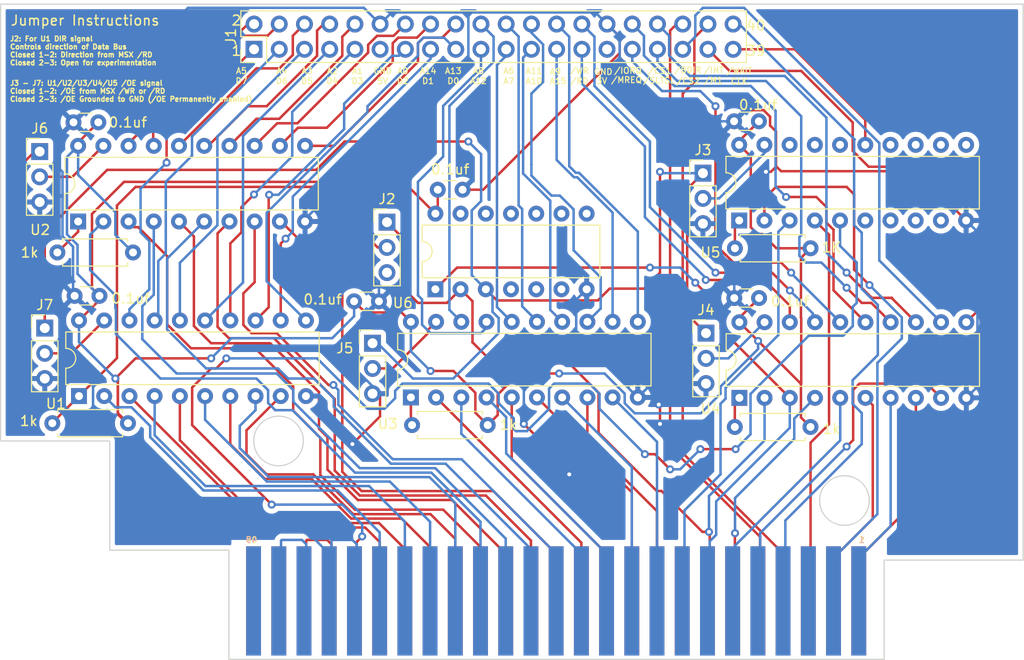
<source format=kicad_pcb>
(kicad_pcb (version 20211014) (generator pcbnew)
  (title_block (title "MSX IDC Adapter") (rev "0.1") (company "RCC") (comment 1 "Not ready for manufactoring (WIP)"))
  (layers (0 "F.Cu" signal) (31 "B.Cu" signal) (34 "B.Paste" user) (35 "F.Paste" user) (36 "B.SilkS" user "B.Silkscreen") (37 "F.SilkS" user "F.Silkscreen") (38 "B.Mask" user) (39 "F.Mask" user) (44 "Edge.Cuts" user))
  (net 0 "")
  (net 1 "GNDREF")
  (net 2 "+3.3V")
  (net 3 "{slash}C_CS1")
  (net 4 "{slash}C_CS12")
  (net 5 "{slash}C_SLTSL")
  (net 6 "C_A15")
  (net 7 "{slash}C_IORQ")
  (net 8 "+5V")
  (net 9 "C_A12")
  (net 10 "{slash}C_MREQ")
  (net 11 "C_A11")
  (net 12 "C_A10")
  (net 13 "{slash}C_RD")
  (net 14 "C_A9")
  (net 15 "{slash}C_RESET")
  (net 16 "C_A8")
  (net 17 "C_CLOCK")
  (net 18 "C_D7")
  (net 19 "C_A6")
  (net 20 "C_D6")
  (net 21 "C_D5")
  (net 22 "C_D4")
  (net 23 "C_D3")
  (net 24 "C_D2")
  (net 25 "C_D1")
  (net 26 "C_D0")
  (net 27 "+12V")
  (net 28 "-12V")
  (net 29 "{slash}C_M1")
  (net 30 "{slash}C_RFSH")
  (net 31 "{slash}C_CS2")
  (net 32 "Net-(J2-Pad2)")
  (net 33 "Net-(J3-Pad2)")
  (net 36 "{slash}CS1")
  (net 37 "{slash}CS2")
  (net 38 "{slash}CS12")
  (net 39 "{slash}SLTSL")
  (net 40 "{slash}RFSH")
  (net 41 "{slash}WAIT")
  (net 42 "{slash}INT")
  (net 43 "{slash}M1")
  (net 44 "{slash}BUSDIR")
  (net 45 "{slash}IORQ")
  (net 46 "{slash}MREQ")
  (net 47 "{slash}WR")
  (net 48 "{slash}RD")
  (net 49 "{slash}RESET")
  (net 50 "A9")
  (net 51 "A15")
  (net 52 "A11")
  (net 53 "A10")
  (net 54 "A7")
  (net 55 "A6")
  (net 56 "A12")
  (net 57 "A8")
  (net 58 "A14")
  (net 59 "A13")
  (net 60 "A1")
  (net 61 "A0")
  (net 62 "A3")
  (net 63 "A2")
  (net 64 "A5")
  (net 65 "A4")
  (net 66 "D1")
  (net 67 "D0")
  (net 68 "D3")
  (net 69 "D2")
  (net 70 "D5")
  (net 71 "D4")
  (net 72 "D7")
  (net 73 "D6")
  (net 74 "CLOCK")
  (net 75 "SOUNDIN")
  (net 76 "Net-(R1-Pad2)")
  (net 77 "Net-(R3-Pad2)")
  (net 78 "Net-(R4-Pad2)")
  (net 79 "Net-(R5-Pad2)")
  (net 81 "C_A7")
  (net 82 "C_A5")
  (net 83 "C_A4")
  (net 84 "C_A3")
  (net 85 "C_A2")
  (net 86 "C_A1")
  (net 87 "C_A0")
  (net 88 "C_A14")
  (net 89 "C_A13")
  (net 90 "{slash}C_WR")
  (net 109 "Net-(J3-Pad1)")
  (net 111 "Net-(J4-Pad2)")
  (net 112 "Net-(J5-Pad2)")
  (net 113 "Net-(J6-Pad2)")
  (net 114 "Net-(J7-Pad2)")
  (net 115 "SW1")
  (footprint "Capacitor_THT:C_Disc_D3.0mm_W1.6mm_P2.50mm" (layer "F.Cu") (at 59.396659 49.582291)
    (fp_text reference "C1" hide)
    (fp_text value "0.1uf")
  )
  (footprint "Capacitor_THT:C_Disc_D3.0mm_W1.6mm_P2.50mm" (layer "F.Cu") (at 90.051103 50.130479 180)
    (fp_text reference "C3" hide)
    (fp_text value "0.1uf")
  )
  (footprint "Capacitor_THT:C_Disc_D3.0mm_W1.6mm_P2.50mm" (layer "F.Cu") (at 59.282166 32.103329)
    (fp_text reference "C2" hide)
    (fp_text value "0.1uf")
  )
  (footprint "Connector_PinHeader_2.54mm:PinHeader_1x03_P2.54mm_Vertical" (layer "F.Cu") (at 89.408 54.356)
    (fp_text reference "J5")
    (fp_text value "Conn_01x03_Male" hide)
  )
  (footprint "Connector_PinHeader_2.54mm:PinHeader_2x20_P2.54mm_Vertical" (layer "F.Cu") (at 77.47 24.7475 90)
    (fp_text reference "J1")
    (fp_text value "DE1 GPIO")
  )
  (footprint "Capacitor_THT:C_Disc_D3.0mm_W1.6mm_P2.50mm" (layer "F.Cu") (at 125.825897 31.997953)
    (fp_text reference "C5" hide)
    (fp_text value "0.1uf")
  )
  (footprint "Package_DIP:DIP-20_W7.62mm" (layer "F.Cu") (at 126.340094 41.991078 90)
    (fp_text reference "U5")
    (fp_text value "74LVC245A")
  )
  (footprint "Capacitor_THT:C_Disc_D3.0mm_W1.6mm_P2.50mm" (layer "F.Cu") (at 98.476309 38.890789 180)
    (fp_text reference "C6" hide)
    (fp_text value "0.1uf")
  )
  (footprint "Resistor_THT:R_Axial_DIN0207_L6.3mm_D2.5mm_P7.62mm_Horizontal" (layer "F.Cu") (at 101.008467 62.59801 180)
    (fp_text reference "R4" hide)
    (fp_text value "1k")
  )
  (footprint "Connector_PinHeader_2.54mm:PinHeader_1x03_P2.54mm_Vertical" (layer "F.Cu") (at 90.860506 42.164)
    (fp_text reference "J2")
    (fp_text value "Conn_01x03_Male" hide)
  )
  (footprint "Package_DIP:DIP-20_W7.62mm" (layer "F.Cu") (at 93.268761 59.81681 90)
    (fp_text reference "U3")
    (fp_text value "74LVC245A")
  )
  (footprint "Roni Footprints:MSX_CART" (layer "F.Cu") (at 101.6 50.8)
    (fp_text reference "CONN1" hide)
    (fp_text value "MSX_BUS" hide)
    (fp_line (start -26.66 35.4) (end 39.34 35.4) (layer "Edge.Cuts") (width 0.12))
    (fp_line (start -26.66 35.4) (end -26.66 24.4) (layer "Edge.Cuts") (width 0.12))
    (fp_line (start -38.66 13.4) (end -38.66 24.4) (layer "Edge.Cuts") (width 0.12))
    (fp_line (start 39.34 25.4) (end 39.34 35.4) (layer "Edge.Cuts") (width 0.12))
    (fp_line (start 53.34 -30.6) (end -49.66 -30.6) (layer "Edge.Cuts") (width 0.12))
    (fp_line (start 53.34 -30.6) (end 53.34 25.4) (layer "Edge.Cuts") (width 0.12))
    (fp_line (start -38.66 24.4) (end -26.66 24.4) (layer "Edge.Cuts") (width 0.12))
    (fp_line (start -49.66 13.4) (end -38.66 13.4) (layer "Edge.Cuts") (width 0.12))
    (fp_line (start 39.34 25.4) (end 53.34 25.4) (layer "Edge.Cuts") (width 0.12))
    (fp_line (start -49.66 13.4) (end -49.66 -30.6) (layer "Edge.Cuts") (width 0.12))
    (fp_circle (center 35.34 19.4) (end 37.84 19.4) (layer "Edge.Cuts") (width 0.12) (fill none))
    (fp_circle (center -21.66 13.4) (end -19.16 13.4) (layer "Edge.Cuts") (width 0.12) (fill none))
  )
  (footprint "Connector_PinHeader_2.54mm:PinHeader_1x03_P2.54mm_Vertical" (layer "F.Cu") (at 122.689074 37.226609)
    (fp_text reference "J3")
    (fp_text value "Conn_01x03_Male" hide)
  )
  (footprint "Connector_PinHeader_2.54mm:PinHeader_1x03_P2.54mm_Vertical" (layer "F.Cu") (at 122.995848 53.34)
    (fp_text reference "J4")
    (fp_text value "Conn_01x03_Male" hide)
  )
  (footprint "Connector_PinHeader_2.54mm:PinHeader_1x03_P2.54mm_Vertical" (layer "F.Cu") (at 56.388 52.832)
    (fp_text reference "J7")
    (fp_text value "Conn_01x03_Male" hide)
  )
  (footprint "Resistor_THT:R_Axial_DIN0207_L6.3mm_D2.5mm_P7.62mm_Horizontal" (layer "F.Cu") (at 133.528705 44.789838 180)
    (fp_text reference "R5" hide)
    (fp_text value "1K")
  )
  (footprint "Resistor_THT:R_Axial_DIN0207_L6.3mm_D2.5mm_P7.62mm_Horizontal" (layer "F.Cu") (at 64.77 62.409914 180)
    (fp_text reference "R2" hide)
    (fp_text value "1k")
  )
  (footprint "Package_DIP:DIP-14_W7.62mm" (layer "F.Cu") (at 95.735371 48.920285 90)
    (fp_text reference "U6")
    (fp_text value "4077" hide)
  )
  (footprint "Resistor_THT:R_Axial_DIN0207_L6.3mm_D2.5mm_P7.62mm_Horizontal" (layer "F.Cu") (at 133.519314 62.790942 180)
    (fp_text reference "R3" hide)
    (fp_text value "1k")
  )
  (footprint "Package_DIP:DIP-20_W7.62mm" (layer "F.Cu") (at 59.838625 59.68 90)
    (fp_text reference "U1")
    (fp_text value "74LVC245A")
  )
  (footprint "Package_DIP:DIP-20_W7.62mm" (layer "F.Cu") (at 59.751269 42.09075 90)
    (fp_text reference "U2")
    (fp_text value "74LVC245A")
  )
  (footprint "Resistor_THT:R_Axial_DIN0207_L6.3mm_D2.5mm_P7.62mm_Horizontal" (layer "F.Cu") (at 65.278 45.212 180)
    (fp_text reference "R1" hide)
    (fp_text value "1k")
  )
  (footprint "Capacitor_THT:C_Disc_D3.0mm_W1.6mm_P2.50mm" (layer "F.Cu") (at 125.844258 49.804272)
    (fp_text reference "C4" hide)
    (fp_text value "0.1uf")
  )
  (footprint "Connector_PinHeader_2.54mm:PinHeader_1x03_P2.54mm_Vertical" (layer "F.Cu") (at 55.88 35.052)
    (fp_text reference "J6")
    (fp_text value "Conn_01x03_Male" hide)
  )
  (footprint "Package_DIP:DIP-20_W7.62mm" (layer "F.Cu") (at 126.356514 59.858244 90)
    (fp_text reference "U4")
    (fp_text value "74LVC245A")
  )
  (gr_text "1" (at 138.684 74.168) (layer "B.SilkS") (effects (font (size 0.6 0.6) (thickness 0.11)) (justify mirror)))
  (gr_text "49" (at 77.216 74.168) (layer "B.SilkS") (effects (font (size 0.6 0.6) (thickness 0.11)) (justify mirror)))
  (gr_text "2" (at 75.692 21.844) (layer "F.SilkS") (effects (font (size 1 1))))
  (gr_text "/CS2" (at 121.186551 27.937339) (layer "F.SilkS") (effects (font (size 0.6 0.6) (thickness 0.11))))
  (gr_text "D5" (at 82.804 27.94) (layer "F.SilkS") (effects (font (size 0.6 0.6) (thickness 0.11))))
  (gr_text "A11" (at 105.664 26.924) (layer "F.SilkS") (effects (font (size 0.6 0.6) (thickness 0.11))))
  (gr_text "GND" (at 90.424 26.924) (layer "F.SilkS") (effects (font (size 0.6 0.6) (thickness 0.11))))
  (gr_text "A7" (at 103.124 27.94) (layer "F.SilkS") (effects (font (size 0.6 0.6) (thickness 0.11))))
  (gr_text "39" (at 128.016 24.892) (layer "F.SilkS") (effects (font (size 1 1))))
  (gr_text "D2" (at 92.456 27.94) (layer "F.SilkS") (effects (font (size 0.6 0.6) (thickness 0.11))))
  (gr_text "/IORQ" (at 115.127399 26.899251) (layer "F.SilkS") (effects (font (size 0.6 0.6) (thickness 0.11))))
  (gr_text "A0" (at 92.456 26.924) (layer "F.SilkS") (effects (font (size 0.6 0.6) (thickness 0.11))))
  (gr_text "Jumper Instructions" (at 60.452 21.844) (layer "F.SilkS") (effects (font (size 1 1))))
  (gr_text "/SLTSL" (at 118.26407 27.886067) (layer "F.SilkS") (effects (font (size 0.6 0.6) (thickness 0.11))))
  (gr_text "A3" (at 82.804 26.924) (layer "F.SilkS") (effects (font (size 0.6 0.6) (thickness 0.11))))
  (gr_text "/CS1" (at 118.315341 26.911907) (layer "F.SilkS") (effects (font (size 0.6 0.6) (thickness 0.11))))
  (gr_text "5V" (at 90.424 27.94) (layer "F.SilkS") (effects (font (size 0.6 0.6) (thickness 0.11))))
  (gr_text "D3" (at 87.884 27.94) (layer "F.SilkS") (effects (font (size 0.6 0.6) (thickness 0.11))))
  (gr_text "A12" (at 100.076 27.94) (layer "F.SilkS") (effects (font (size 0.6 0.6) (thickness 0.11))))
  (gr_text "CLK" (at 126.364983 27.988611) (layer "F.SilkS") (effects (font (size 0.6 0.6) (thickness 0.11))))
  (gr_text "A13" (at 97.536 26.924) (layer "F.SilkS") (effects (font (size 0.6 0.6) (thickness 0.11))))
  (gr_text "A2" (at 85.344 26.924) (layer "F.SilkS") (effects (font (size 0.6 0.6) (thickness 0.11))))
  (gr_text "A15" (at 108.09674 27.937057) (layer "F.SilkS") (effects (font (size 0.6 0.6) (thickness 0.11))))
  (gr_text "J2: For U1 DIR signal\nControls direction of Data Bus\nClosed 1-2: Direction from MSX /RD\nClosed 2-3: Open for experimentation" (at 52.832 24.892) (layer "F.SilkS") (effects (font (size 0.5 0.5) (thickness 0.125)) (justify left)))
  (gr_text "/BDIR" (at 121.160916 26.834999) (layer "F.SilkS") (effects (font (size 0.6 0.6) (thickness 0.11))))
  (gr_text "D1" (at 94.996 27.94) (layer "F.SilkS") (effects (font (size 0.6 0.6) (thickness 0.11))))
  (gr_text "1" (at 75.692 24.892) (layer "F.SilkS") (effects (font (size 1 1))))
  (gr_text "40" (at 128.016 22.352) (layer "F.SilkS") (effects (font (size 1 1))))
  (gr_text "A9" (at 107.823292 26.997078) (layer "F.SilkS") (effects (font (size 0.6 0.6) (thickness 0.11))))
  (gr_text "D4" (at 85.344 27.94) (layer "F.SilkS") (effects (font (size 0.6 0.6) (thickness 0.11))))
  (gr_text "A6" (at 103.124 26.924) (layer "F.SilkS") (effects (font (size 0.6 0.6) (thickness 0.11))))
  (gr_text "A1" (at 87.884 26.924) (layer "F.SilkS") (effects (font (size 0.6 0.6) (thickness 0.11))))
  (gr_text "A8" (at 100.076 26.924) (layer "F.SilkS") (effects (font (size 0.6 0.6) (thickness 0.11))))
  (gr_text "GND" (at 112.649829 27.01445) (layer "F.SilkS") (effects (font (size 0.6 0.6) (thickness 0.11))))
  (gr_text "/MREQ" (at 114.982687 27.834796) (layer "F.SilkS") (effects (font (size 0.6 0.6) (thickness 0.11))))
  (gr_text "D0" (at 97.536 27.94) (layer "F.SilkS") (effects (font (size 0.6 0.6) (thickness 0.11))))
  (gr_text "/RD" (at 110.233057 27.937057) (layer "F.SilkS") (effects (font (size 0.6 0.6) (thickness 0.11))))
  (gr_text "A10" (at 105.664 27.94) (layer "F.SilkS") (effects (font (size 0.6 0.6) (thickness 0.11))))
  (gr_text "50" (at 77.216 74.168) (layer "F.SilkS") (effects (font (size 0.6 0.6) (thickness 0.11))))
  (gr_text "J3 - J7: U1/U2/U3/U4/U5 /OE signal\nClosed 1-2: /OE from MSX /WR or /RD\nClosed 2-3: /OE Grounded to GND (/OE Permanently enabled)" (at 52.832 28.956) (layer "F.SilkS") (effects (font (size 0.5 0.5) (thickness 0.125)) (justify left)))
  (gr_text "A14" (at 94.996 26.924) (layer "F.SilkS") (effects (font (size 0.6 0.6) (thickness 0.11))))
  (gr_text "A4" (at 80.264 26.924) (layer "F.SilkS") (effects (font (size 0.6 0.6) (thickness 0.11))))
  (gr_text "2" (at 138.684 74.168) (layer "F.SilkS") (effects (font (size 0.6 0.6) (thickness 0.11))))
  (gr_text "/WR" (at 110.236 26.924) (layer "F.SilkS") (effects (font (size 0.6 0.6) (thickness 0.11))))
  (gr_text "/M1" (at 123.724496 27.886067) (layer "F.SilkS") (effects (font (size 0.6 0.6) (thickness 0.11))))
  (gr_text "D6" (at 80.264 27.94) (layer "F.SilkS") (effects (font (size 0.6 0.6) (thickness 0.11))))
  (gr_text "/WAIT" (at 126.364983 26.911907) (layer "F.SilkS") (effects (font (size 0.6 0.6) (thickness 0.11))))
  (gr_text "3V" (at 112.496014 27.937339) (layer "F.SilkS") (effects (font (size 0.6 0.6) (thickness 0.11))))
  (gr_text "/INT" (at 123.775767 26.834999) (layer "F.SilkS") (effects (font (size 0.6 0.6) (thickness 0.11))))
  (gr_text "A5" (at 76.2 26.924) (layer "F.SilkS") (effects (font (size 0.6 0.6) (thickness 0.11))))
  (gr_text "D7" (at 76.2 27.94) (layer "F.SilkS") (effects (font (size 0.6 0.6) (thickness 0.11))))
  (segment (start 129.032 37.084) (end 129.54 37.084) (width 0.25) (layer "F.Cu") (net 1))
  (segment (start 87.376 64.516) (end 90.162925 61.729075) (width 0.25) (layer "F.Cu") (net 1))
  (segment (start 118.364 60.660891) (end 118.239558 60.536449) (width 0.25) (layer "F.Cu") (net 1))
  (segment (start 100.548412 38.890789) (end 114.3 25.139201) (width 0.25) (layer "F.Cu") (net 1))
  (segment (start 114.3 25.139201) (end 114.3 23.4775) (width 0.25) (layer "F.Cu") (net 1))
  (segment (start 104.648 62.484) (end 109.22 67.056) (width 0.25) (layer "F.Cu") (net 1))
  (segment (start 114.3 23.4775) (end 113.03 22.2075) (width 0.25) (layer "F.Cu") (net 1))
  (segment (start 149.200094 41.991078) (end 144.235016 37.026) (width 0.25) (layer "F.Cu") (net 1))
  (segment (start 144.235016 37.026) (end 130.556 37.026) (width 0.25) (layer "F.Cu") (net 1))
  (segment (start 130.048 33.02) (end 129.54 32.512) (width 0.25) (layer "F.Cu") (net 1))
  (segment (start 130.048 36.518) (end 130.048 34.036) (width 0.25) (layer "F.Cu") (net 1))
  (segment (start 129.450897 31.531962) (end 128.791888 30.872953) (width 0.25) (layer "F.Cu") (net 1))
  (segment (start 90.162925 59.436) (end 90.162925 61.729075) (width 0.25) (layer "F.Cu") (net 1))
  (segment (start 129.54 37.084) (end 130.077 36.547) (width 0.25) (layer "F.Cu") (net 1))
  (segment (start 109.22 67.056) (end 109.22 67.564) (width 0.25) (layer "F.Cu") (net 1))
  (segment (start 98.476309 38.890789) (end 100.548412 38.890789) (width 0.25) (layer "F.Cu") (net 1))
  (segment (start 118.364 62.484) (end 118.364 60.660891) (width 0.25) (layer "F.Cu") (net 1))
  (segment (start 130.077 36.547) (end 130.048 36.518) (width 0.25) (layer "F.Cu") (net 1))
  (segment (start 130.556 37.026) (end 130.077 36.547) (width 0.25) (layer "F.Cu") (net 1))
  (segment (start 130.048 34.036) (end 130.048 33.02) (width 0.25) (layer "F.Cu") (net 1))
  (segment (start 128.791888 30.872953) (end 126.950897 30.872953) (width 0.25) (layer "F.Cu") (net 1))
  (segment (start 129.450897 32.463944) (end 129.450897 31.531962) (width 0.25) (layer "F.Cu") (net 1))
  (segment (start 126.950897 30.872953) (end 125.825897 31.997953) (width 0.25) (layer "F.Cu") (net 1))
  (via (at 129.032 37.084) (size 0.8) (drill 0.4) (layers "F.Cu" "B.Cu") (net 1))
  (via (at 109.22 67.564) (size 0.8) (drill 0.4) (layers "F.Cu" "B.Cu") (net 1))
  (via (at 118.239558 60.536449) (size 0.8) (drill 0.4) (layers "F.Cu" "B.Cu") (net 1))
  (via (at 87.376 64.516) (size 0.8) (drill 0.4) (layers "F.Cu" "B.Cu") (net 1))
  (via (at 104.648 62.484) (size 0.8) (drill 0.4) (layers "F.Cu" "B.Cu") (net 1))
  (via (at 118.364 62.484) (size 0.8) (drill 0.4) (layers "F.Cu" "B.Cu") (net 1))
  (segment (start 119.888 56.057571) (end 119.888 51.816) (width 0.25) (layer "B.Cu") (net 1))
  (segment (start 58.42 50.55895) (end 58.42 55.012436) (width 0.25) (layer "B.Cu") (net 1))
  (segment (start 117.519919 59.81681) (end 118.239558 60.536449) (width 0.25) (layer "B.Cu") (net 1))
  (segment (start 111.855 21.0325) (end 113.03 22.2075) (width 0.25) (layer "B.Cu") (net 1))
  (segment (start 82.698625 59.68) (end 83.999638 59.68) (width 0.25) (layer "B.Cu") (net 1))
  (segment (start 104.648 58.928) (end 109.943976 53.632024) (width 0.25) (layer "B.Cu") (net 1))
  (segment (start 58.42 55.012436) (end 60.123782 56.716218) (width 0.25) (layer "B.Cu") (net 1))
  (segment (start 85.344 74.168) (end 85.269749 74.242251) (width 0.25) (layer "B.Cu") (net 1))
  (segment (start 90.051103 50.130479) (end 90.051103 48.158866) (width 0.25) (layer "B.Cu") (net 1))
  (segment (start 120.295056 32.004) (end 125.81985 32.004) (width 0.25) (layer "B.Cu") (net 1))
  (segment (start 98.5025 21.0325) (end 91.345 21.0325) (width 0.25) (layer "B.Cu") (net 1))
  (segment (start 59.396659 49.582291) (end 59.24 49.425632) (width 0.25) (layer "B.Cu") (net 1))
  (segment (start 119.888 51.816) (end 120.904 50.8) (width 0.25) (layer "B.Cu") (net 1))
  (segment (start 55.88 40.132) (end 57.404 40.132) (width 0.25) (layer "B.Cu") (net 1))
  (segment (start 87.809749 80.509983) (end 87.809749 74.601749) (width 0.25) (layer "B.Cu") (net 1))
  (segment (start 61.253625 61.253625) (end 61.253625 57.846062) (width 0.25) (layer "B.Cu") (net 1))
  (segment (start 87.809749 74.601749) (end 87.376 74.168) (width 0.25) (layer "B.Cu") (net 1))
  (segment (start 61.253625 57.846062) (end 60.223967 56.816403) (width 0.25) (layer "B.Cu") (net 1))
  (segment (start 149.216514 59.858244) (end 150.341514 58.733244) (width 0.25) (layer "B.Cu") (net 1))
  (segment (start 59.282166 32.103329) (end 57.912 33.473495) (width 0.25) (layer "B.Cu") (net 1))
  (segment (start 99.06 25.4) (end 99.06 21.59) (width 0.25) (layer "B.Cu") (net 1))
  (segment (start 88.533557 20.571057) (end 70.814438 20.571057) (width 0.25) (layer "B.Cu") (net 1))
  (segment (start 70.814438 20.571057) (end 59.282166 32.103329) (width 0.25) (layer "B.Cu") (net 1))
  (segment (start 85.269749 74.242251) (end 85.269749 80.509983) (width 0.25) (layer "B.Cu") (net 1))
  (segment (start 98.5025 21.0325) (end 111.855 21.0325) (width 0.25) (layer "B.Cu") (net 1))
  (segment (start 109.923761 53.61181) (end 109.923761 49.971895) (width 0.25) (layer "B.Cu") (net 1))
  (segment (start 87.884 57.157075) (end 90.162925 59.436) (width 0.25) (layer "B.Cu") (net 1))
  (segment (start 117.525571 58.42) (end 116.128761 59.81681) (width 0.25) (layer "B.Cu") (net 1))
  (segment (start 104.648 62.484) (end 104.648 58.928) (width 0.25) (layer "B.Cu") (net 1))
  (segment (start 59.396659 49.582291) (end 58.42 50.55895) (width 0.25) (layer "B.Cu") (net 1))
  (segment (start 114.304278 23.481778) (end 114.304278 26.013222) (width 0.25) (layer "B.Cu") (net 1))
  (segment (start 85.042025 75.564405) (end 81.86762 72.39) (width 0.25) (layer "B.Cu") (net 1))
  (segment (start 83.999638 59.68) (end 84.764011 60.444373) (width 0.25) (layer "B.Cu") (net 1))
  (segment (start 90.051103 50.130479) (end 90.051103 50.664897) (width 0.25) (layer "B.Cu") (net 1))
  (segment (start 122.995848 58.42) (end 117.525571 58.42) (width 0.25) (layer "B.Cu") (net 1))
  (segment (start 120.904 50.8) (end 125.14557 50.8) (width 0.25) (layer "B.Cu") (net 1))
  (segment (start 87.884 52.297582) (end 87.884 57.157075) (width 0.25) (layer "B.Cu") (net 1))
  (segment (start 82.611269 42.09075) (end 83.982987 42.09075) (width 0.25) (layer "B.Cu") (net 1))
  (segment (start 109.943976 53.632024) (end 109.923761 53.61181) (width 0.25) (layer "B.Cu") (net 1))
  (segment (start 87.376 74.168) (end 85.344 74.168) (width 0.25) (layer "B.Cu") (net 1))
  (segment (start 58.928 57.912) (end 60.123782 56.716218) (width 0.25) (layer "B.Cu") (net 1))
  (segment (start 109.923761 49.971895) (end 110.975371 48.920285) (width 0.25) (layer "B.Cu") (net 1))
  (segment (start 81.86762 72.39) (end 72.39 72.39) (width 0.25) (layer "B.Cu") (net 1))
  (segment (start 57.912 36.822652) (end 58.176269 37.086921) (width 0.25) (layer "B.Cu") (net 1))
  (segment (start 116.128761 59.81681) (end 119.888 56.057571) (width 0.25) (layer "B.Cu") (net 1))
  (segment (start 99.06 21.59) (end 98.5025 21.0325) (width 0.25) (layer "B.Cu") (net 1))
  (segment (start 90.17 22.2075) (end 88.533557 20.571057) (width 0.25) (layer "B.Cu") (net 1))
  (segment (start 56.388 57.912) (end 58.928 57.912) (width 0.25) (layer "B.Cu") (net 1))
  (segment (start 59.24 44.636396) (end 58.176269 43.572665) (width 0.25) (layer "B.Cu") (net 1))
  (segment (start 116.128761 59.81681) (end 117.519919 59.81681) (width 0.25) (layer "B.Cu") (net 1))
  (segment (start 122.689074 42.306609) (end 122.689074 43.949074) (width 0.25) (layer "B.Cu") (net 1))
  (segment (start 58.176269 43.572665) (end 58.176269 39.593112) (width 0.25) (layer "B.Cu") (net 1))
  (segment (start 90.051103 48.158866) (end 84.685516 42.793279) (width 0.25) (layer "B.Cu") (net 1))
  (segment (start 122.689074 43.949074) (end 125.844258 47.104258) (width 0.25) (layer "B.Cu") (net 1))
  (segment (start 59.24 49.425632) (end 59.24 44.636396) (width 0.25) (layer "B.Cu") (net 1))
  (segment (start 116.128761 59.81681) (end 109.943976 53.632024) (width 0.25) (layer "B.Cu") (net 1))
  (segment (start 150.341514 58.733244) (end 150.341514 43.132498) (width 0.25) (layer "B.Cu") (net 1))
  (segment (start 57.404 40.132) (end 58.176269 39.359731) (width 0.25) (layer "B.Cu") (net 1))
  (segment (start 90.051103 50.130479) (end 87.884 52.297582) (width 0.25) (layer "B.Cu") (net 1))
  (segment (start 84.764011 60.444373) (end 84.764011 61.904011) (width 0.25) (layer "B.Cu") (net 1))
  (segment (start 85.042025 80.314405) (end 85.042025 75.564405) (width 0.25) (layer "B.Cu") (net 1))
  (segment (start 60.123782 56.716218) (end 60.223967 56.816403) (width 0.25) (layer "B.Cu") (net 1))
  (segment (start 72.39 72.39) (end 61.253625 61.253625) (width 0.25) (layer "B.Cu") (net 1))
  (segment (start 125.844258 47.104258) (end 125.844258 49.804272) (width 0.25) (layer "B.Cu") (net 1))
  (segment (start 57.912 33.473495) (end 57.912 36.822652) (width 0.25) (layer "B.Cu") (net 1))
  (segment (start 82.611269 41.848731) (end 99.06 25.4) (width 0.25) (layer "B.Cu") (net 1))
  (segment (start 91.345 21.0325) (end 90.17 22.2075) (width 0.25) (layer "B.Cu") (net 1))
  (segment (start 125.14557 50.8) (end 125.844258 50.101312) (width 0.25) (layer "B.Cu") (net 1))
  (segment (start 83.982987 42.09075) (end 84.685516 42.793279) (width 0.25) (layer "B.Cu") (net 1))
  (segment (start 84.764011 61.904011) (end 87.376 64.516) (width 0.25) (layer "B.Cu") (net 1))
  (segment (start 58.133317 39.55016) (end 58.176269 39.593112) (width 0.25) (layer "B.Cu") (net 1))
  (segment (start 58.176269 39.359731) (end 58.176269 39.593112) (width 0.25) (layer "B.Cu") (net 1))
  (segment (start 150.341514 43.132498) (end 149.200094 41.991078) (width 0.25) (layer "B.Cu") (net 1))
  (segment (start 58.176269 37.086921) (end 58.176269 39.359731) (width 0.25) (layer "B.Cu") (net 1))
  (segment (start 113.03 22.2075) (end 114.304278 23.481778) (width 0.25) (layer "B.Cu") (net 1))
  (segment (start 114.304278 26.013222) (end 120.295056 32.004) (width 0.25) (layer "B.Cu") (net 1))
  (segment (start 125.81985 32.004) (end 125.825897 31.997953) (width 0.25) (layer "B.Cu") (net 1))
  (segment (start 125.844258 50.101312) (end 125.844258 49.804272) (width 0.25) (layer "B.Cu") (net 1))
  (segment (start 102.013761 59.530239) (end 102.013761 61.592716) (width 0.25) (layer "F.Cu") (net 2))
  (segment (start 63.751641 61.391555) (end 64.77 62.409914) (width 0.25) (layer "F.Cu") (net 2))
  (segment (start 132.588 51.816) (end 132.588 58.416758) (width 0.25) (layer "F.Cu") (net 2))
  (segment (start 97.562942 57.15) (end 95.25 57.15) (width 0.25) (layer "F.Cu") (net 2))
  (segment (start 128.245135 54.126865) (end 126.356514 52.238244) (width 0.25) (layer "F.Cu") (net 2))
  (segment (start 127.508 42.672) (end 128.19432 43.35832) (width 0.25) (layer "F.Cu") (net 2))
  (segment (start 132.561514 58.443244) (end 128.245135 54.126865) (width 0.25) (layer "F.Cu") (net 2))
  (segment (start 126.340094 33.983756) (end 126.340094 34.371078) (width 0.25) (layer "F.Cu") (net 2))
  (segment (start 65.532 55.88) (end 63.751641 57.660359) (width 0.25) (layer "F.Cu") (net 2))
  (segment (start 128.344258 49.804272) (end 126.356514 51.792016) (width 0.25) (layer "F.Cu") (net 2))
  (segment (start 63.751641 61.523987) (end 64.637568 62.409914) (width 0.25) (layer "F.Cu") (net 2))
  (segment (start 104.14 57.404) (end 102.013761 59.530239) (width 0.25) (layer "F.Cu") (net 2))
  (segment (start 99.763761 61.353304) (end 99.763761 59.577929) (width 0.25) (layer "F.Cu") (net 2))
  (segment (start 130.089435 44.789838) (end 133.528705 44.789838) (width 0.25) (layer "F.Cu") (net 2))
  (segment (start 128.19432 43.35832) (end 128.657917 43.35832) (width 0.25) (layer "F.Cu") (net 2))
  (segment (start 102.013761 61.592716) (end 101.008467 62.59801) (width 0.25) (layer "F.Cu") (net 2))
  (segment (start 59.838625 52.06) (end 61.896659 50.001966) (width 0.25) (layer "F.Cu") (net 2))
  (segment (start 132.561514 45.757029) (end 132.561514 51.789514) (width 0.25) (layer "F.Cu") (net 2))
  (segment (start 132.561514 51.789514) (end 132.588 51.816) (width 0.25) (layer "F.Cu") (net 2))
  (segment (start 126.356514 51.792016) (end 126.356514 52.238244) (width 0.25) (layer "F.Cu") (net 2))
  (segment (start 101.008467 62.59801) (end 99.763761 61.353304) (width 0.25) (layer "F.Cu") (net 2))
  (segment (start 95.976309 41.059347) (end 95.735371 41.300285) (width 0.25) (layer "F.Cu") (net 2))
  (segment (start 128.325897 31.997953) (end 126.340094 33.983756) (width 0.25) (layer "F.Cu") (net 2))
  (segment (start 61.145207 41.333207) (end 64.378414 38.1) (width 0.25) (layer "F.Cu") (net 2))
  (segment (start 132.561514 61.833142) (end 132.561514 58.443244) (width 0.25) (layer "F.Cu") (net 2))
  (segment (start 61.896659 50.001966) (end 61.896659 49.582291) (width 0.25) (layer "F.Cu") (net 2))
  (segment (start 87.551103 50.130479) (end 88.676103 51.255479) (width 0.25) (layer "F.Cu") (net 2))
  (segment (start 132.588 58.416758) (end 132.561514 58.443244) (width 0.25) (layer "F.Cu") (net 2))
  (segment (start 133.528705 44.789838) (end 132.561514 45.757029) (width 0.25) (layer "F.Cu") (net 2))
  (segment (start 92.535086 38.1) (end 64.516 38.1) (width 0.25) (layer "F.Cu") (net 2))
  (segment (start 99.763761 59.577929) (end 99.763761 59.350819) (width 0.25) (layer "F.Cu") (net 2))
  (segment (start 99.763761 59.350819) (end 97.562942 57.15) (width 0.25) (layer "F.Cu") (net 2))
  (segment (start 64.637568 62.409914) (end 64.77 62.409914) (width 0.25) (layer "F.Cu") (net 2))
  (segment (start 63.751641 57.660359) (end 63.751641 61.523987) (width 0.25) (layer "F.Cu") (net 2))
  (segment (start 88.676103 51.255479) (end 92.32743 51.255479) (width 0.25) (layer "F.Cu") (net 2))
  (segment (start 127.508 35.538984) (end 127.508 42.672) (width 0.25) (layer "F.Cu") (net 2))
  (segment (start 95.976309 38.890789) (end 95.976309 41.059347) (width 0.25) (layer "F.Cu") (net 2))
  (segment (start 73.152 55.88) (end 65.532 55.88) (width 0.25) (layer "F.Cu") (net 2))
  (segment (start 63.5 57.912) (end 63.751641 58.163641) (width 0.25) (layer "F.Cu") (net 2))
  (segment (start 95.735371 41.300285) (end 92.535086 38.1) (width 0.25) (layer "F.Cu") (net 2))
  (segment (start 61.782166 32.103329) (end 59.751269 34.134226) (width 0.25) (layer "F.Cu") (net 2))
  (segment (start 108.204 57.404) (end 104.14 57.404) (width 0.25) (layer "F.Cu") (net 2))
  (segment (start 133.519314 62.790942) (end 132.561514 61.833142) (width 0.25) (layer "F.Cu") (net 2))
  (segment (start 64.378414 38.1) (end 64.516 38.1) (width 0.25) (layer "F.Cu") (net 2))
  (segment (start 92.32743 51.255479) (end 93.268761 52.19681) (width 0.25) (layer "F.Cu") (net 2))
  (segment (start 61.145207 48.830839) (end 61.145207 41.333207) (width 0.25) (layer "F.Cu") (net 2))
  (segment (start 61.896659 49.582291) (end 61.145207 48.830839) (width 0.25) (layer "F.Cu") (net 2))
  (segment (start 128.657917 43.35832) (end 130.089435 44.789838) (width 0.25) (layer "F.Cu") (net 2))
  (segment (start 63.751641 58.163641) (end 63.751641 61.391555) (width 0.25) (layer "F.Cu") (net 2))
  (segment (start 126.340094 34.371078) (end 127.508 35.538984) (width 0.25) (layer "F.Cu") (net 2))
  (via (at 63.5 57.912) (size 0.8) (drill 0.4) (layers "F.Cu" "B.Cu") (net 2))
  (via (at 73.152 55.88) (size 0.8) (drill 0.4) (layers "F.Cu" "B.Cu") (net 2))
  (via (at 95.25 57.15) (size 0.8) (drill 0.4) (layers "F.Cu" "B.Cu") (net 2))
  (via (at 108.204 57.404) (size 0.8) (drill 0.4) (layers "F.Cu" "B.Cu") (net 2))
  (via (at 128.245135 54.126865) (size 0.8) (drill 0.4) (layers "F.Cu" "B.Cu") (net 2))
  (segment (start 59.751269 34.47075) (end 58.626269 35.59575) (width 0.25) (layer "B.Cu") (net 2))
  (segment (start 112.776 57.404) (end 114.808 59.436) (width 0.25) (layer "B.Cu") (net 2))
  (segment (start 59.69 44.45) (end 59.69 47.375632) (width 0.25) (layer "B.Cu") (net 2))
  (segment (start 114.808 59.436) (end 114.808 60.399653) (width 0.25) (layer "B.Cu") (net 2))
  (segment (start 114.808 60.399653) (end 115.824 61.415653) (width 0.25) (layer "B.Cu") (net 2))
  (segment (start 128.245135 54.937343) (end 128.245135 54.126865) (width 0.25) (layer "B.Cu") (net 2))
  (segment (start 85.344 53.848) (end 87.551103 51.640897) (width 0.25) (layer "B.Cu") (net 2))
  (segment (start 124.46 58.722478) (end 128.245135 54.937343) (width 0.25) (layer "B.Cu") (net 2))
  (segment (start 122.480347 61.415653) (end 124.46 59.436) (width 0.25) (layer "B.Cu") (net 2))
  (segment (start 93.268761 55.168761) (end 95.25 57.15) (width 0.25) (layer "B.Cu") (net 2))
  (segment (start 87.551103 51.640897) (end 87.551103 50.130479) (width 0.25) (layer "B.Cu") (net 2))
  (segment (start 108.204 57.404) (end 112.776 57.404) (width 0.25) (layer "B.Cu") (net 2))
  (segment (start 115.824 61.415653) (end 122.480347 61.415653) (width 0.25) (layer "B.Cu") (net 2))
  (segment (start 65.278 45.212) (end 63.5 43.434) (width 0.25) (layer "B.Cu") (net 2))
  (segment (start 59.838625 54.250625) (end 63.5 57.912) (width 0.25) (layer "B.Cu") (net 2))
  (segment (start 58.626269 43.386269) (end 59.69 44.45) (width 0.25) (layer "B.Cu") (net 2))
  (segment (start 73.152 55.88) (end 75.184 53.848) (width 0.25) (layer "B.Cu") (net 2))
  (segment (start 75.184 53.848) (end 85.344 53.848) (width 0.25) (layer "B.Cu") (net 2))
  (segment (start 93.268761 52.19681) (end 93.268761 55.168761) (width 0.25) (layer "B.Cu") (net 2))
  (segment (start 124.46 59.436) (end 124.46 58.722478) (width 0.25) (layer "B.Cu") (net 2))
  (segment (start 59.69 47.375632) (end 61.896659 49.582291) (width 0.25) (layer "B.Cu") (net 2))
  (segment (start 59.751269 37.399269) (end 59.751269 34.47075) (width 0.25) (layer "B.Cu") (net 2))
  (segment (start 58.626269 35.59575) (end 58.626269 43.386269) (width 0.25) (layer "B.Cu") (net 2))
  (segment (start 63.5 41.148) (end 59.751269 37.399269) (width 0.25) (layer "B.Cu") (net 2))
  (segment (start 59.838625 52.06) (end 59.838625 54.250625) (width 0.25) (layer "B.Cu") (net 2))
  (segment (start 63.5 43.434) (end 63.5 41.148) (width 0.25) (layer "B.Cu") (net 2))
  (segment (start 141.732 49.83373) (end 144.136514 52.238244) (width 0.25) (layer "F.Cu") (net 3))
  (segment (start 137.16 47.244) (end 139.7 49.784) (width 0.25) (layer "F.Cu") (net 3))
  (segment (start 141.732 49.784) (end 141.732 49.83373) (width 0.25) (layer "F.Cu") (net 3))
  (segment (start 139.7 49.784) (end 141.732 49.784) (width 0.25) (layer "F.Cu") (net 3))
  (via (at 137.16 47.244) (size 0.8) (drill 0.4) (layers "F.Cu" "B.Cu") (net 3))
  (segment (start 130.926817 27.432) (end 121.345942 27.432) (width 0.25) (layer "B.Cu") (net 3))
  (segment (start 121.345942 27.432) (end 119.285 25.371058) (width 0.25) (layer "B.Cu") (net 3))
  (segment (start 135.128 31.633183) (end 130.926817 27.432) (width 0.25) (layer "B.Cu") (net 3))
  (segment (start 119.285 23.3825) (end 118.11 22.2075) (width 0.25) (layer "B.Cu") (net 3))
  (segment (start 119.285 25.371058) (end 119.285 23.3825) (width 0.25) (layer "B.Cu") (net 3))
  (segment (start 135.128 45.212) (end 135.128 31.633183) (width 0.25) (layer "B.Cu") (net 3))
  (segment (start 137.16 47.244) (end 135.128 45.212) (width 0.25) (layer "B.Cu") (net 3))
  (segment (start 137.16 48.768) (end 138.684 50.292) (width 0.25) (layer "F.Cu") (net 5))
  (segment (start 139.65027 50.292) (end 141.596514 52.238244) (width 0.25) (layer "F.Cu") (net 5))
  (segment (start 138.684 50.292) (end 139.65027 50.292) (width 0.25) (layer "F.Cu") (net 5))
  (via (at 137.16 48.768) (size 0.8) (drill 0.4) (layers "F.Cu" "B.Cu") (net 5))
  (segment (start 120.100419 27.94) (end 118.11 25.949581) (width 0.25) (layer "B.Cu") (net 5))
  (segment (start 134.62 46.228) (end 133.078909 46.228) (width 0.25) (layer "B.Cu") (net 5))
  (segment (start 132.403705 45.552796) (end 132.403705 43.666236) (width 0.25) (layer "B.Cu") (net 5))
  (segment (start 137.16 48.768) (end 134.62 46.228) (width 0.25) (layer "B.Cu") (net 5))
  (segment (start 132.588 31.496) (end 129.032 27.94) (width 0.25) (layer "B.Cu") (net 5))
  (segment (start 129.032 27.94) (end 120.100419 27.94) (width 0.25) (layer "B.Cu") (net 5))
  (segment (start 118.11 25.949581) (end 118.11 24.7475) (width 0.25) (layer "B.Cu") (net 5))
  (segment (start 133.078909 46.228) (end 132.403705 45.552796) (width 0.25) (layer "B.Cu") (net 5))
  (segment (start 132.588 43.481941) (end 132.588 31.496) (width 0.25) (layer "B.Cu") (net 5))
  (segment (start 132.403705 43.666236) (end 132.588 43.481941) (width 0.25) (layer "B.Cu") (net 5))
  (segment (start 109.696305 37.637056) (end 107.95 35.890751) (width 0.25) (layer "B.Cu") (net 6))
  (segment (start 113.588761 52.19681) (end 113.588761 41.201553) (width 0.25) (layer "B.Cu") (net 6))
  (segment (start 107.95 35.890751) (end 107.95 24.7475) (width 0.25) (layer "B.Cu") (net 6))
  (segment (start 113.588761 41.201553) (end 110.024264 37.637056) (width 0.25) (layer "B.Cu") (net 6))
  (segment (start 110.024264 37.637056) (end 109.696305 37.637056) (width 0.25) (layer "B.Cu") (net 6))
  (segment (start 135.128 42.209975) (end 135.841514 42.923489) (width 0.25) (layer "F.Cu") (net 7))
  (segment (start 134.62 40.132) (end 135.128 40.64) (width 0.25) (layer "F.Cu") (net 7))
  (segment (start 135.128 40.64) (end 135.128 42.164) (width 0.25) (layer "F.Cu") (net 7))
  (segment (start 135.841514 42.929627) (end 135.844583 42.926558) (width 0.25) (layer "F.Cu") (net 7))
  (segment (start 135.128 42.164) (end 135.128 42.209975) (width 0.25) (layer "F.Cu") (net 7))
  (segment (start 131.064 39.624) (end 134.112 39.624) (width 0.25) (layer "F.Cu") (net 7))
  (segment (start 135.841514 49.023244) (end 135.841514 42.929627) (width 0.25) (layer "F.Cu") (net 7))
  (segment (start 134.112 39.624) (end 134.62 40.132) (width 0.25) (layer "F.Cu") (net 7))
  (segment (start 139.056514 52.238244) (end 135.841514 49.023244) (width 0.25) (layer "F.Cu") (net 7))
  (via (at 131.064 39.624) (size 0.8) (drill 0.4) (layers "F.Cu" "B.Cu") (net 7))
  (segment (start 130.005094 30.945094) (end 130.005094 38.565094) (width 0.25) (layer "B.Cu") (net 7))
  (segment (start 130.005094 38.565094) (end 131.064 39.624) (width 0.25) (layer "B.Cu") (net 7))
  (segment (start 116.745 25.371058) (end 119.821942 28.448) (width 0.25) (layer "B.Cu") (net 7))
  (segment (start 115.57 22.2075) (end 116.745 23.3825) (width 0.25) (layer "B.Cu") (net 7))
  (segment (start 127.508 28.448) (end 130.005094 30.945094) (width 0.25) (layer "B.Cu") (net 7))
  (segment (start 116.745 23.3825) (end 116.745 25.371058) (width 0.25) (layer "B.Cu") (net 7))
  (segment (start 119.821942 28.448) (end 127.508 28.448) (width 0.25) (layer "B.Cu") (net 7))
  (segment (start 80.189749 74.242251) (end 80.189749 80.509983) (width 0.25) (layer "B.Cu") (net 8))
  (segment (start 82.296 74.168) (end 80.264 74.168) (width 0.25) (layer "B.Cu") (net 8))
  (segment (start 80.264 74.168) (end 80.189749 74.242251) (width 0.25) (layer "B.Cu") (net 8))
  (segment (start 82.729749 80.509983) (end 82.729749 74.601749) (width 0.25) (layer "B.Cu") (net 8))
  (segment (start 82.729749 74.601749) (end 82.296 74.168) (width 0.25) (layer "B.Cu") (net 8))
  (segment (start 94.393761 52.483761) (end 95.25 53.34) (width 0.25) (layer "B.Cu") (net 9))
  (segment (start 100.888761 52.781239) (end 100.888761 52.19681) (width 0.25) (layer "B.Cu") (net 9))
  (segment (start 95.25 53.34) (end 100.33 53.34) (width 0.25) (layer "B.Cu") (net 9))
  (segment (start 93.98 38.1) (end 93.98 49.53) (width 0.25) (layer "B.Cu") (net 9))
  (segment (start 100.33 53.34) (end 100.888761 52.781239) (width 0.25) (layer "B.Cu") (net 9))
  (segment (start 94.393761 49.943761) (end 94.393761 52.483761) (width 0.25) (layer "B.Cu") (net 9))
  (segment (start 93.98 49.53) (end 94.393761 49.943761) (width 0.25) (layer "B.Cu") (net 9))
  (segment (start 96.52 35.56) (end 93.98 38.1) (width 0.25) (layer "B.Cu") (net 9))
  (segment (start 96.52 30.452548) (end 96.52 35.56) (width 0.25) (layer "B.Cu") (net 9))
  (segment (start 100.33 26.642548) (end 96.52 30.452548) (width 0.25) (layer "B.Cu") (net 9))
  (segment (start 100.33 24.7475) (end 100.33 26.642548) (width 0.25) (layer "B.Cu") (net 9))
  (segment (start 123.952 33.528) (end 123.952 30.48) (width 0.25) (layer "F.Cu") (net 10))
  (segment (start 123.952 33.528) (end 123.952 44.424124) (width 0.25) (layer "F.Cu") (net 10))
  (segment (start 130.556 46.228) (end 131.572 47.244) (width 0.25) (layer "F.Cu") (net 10))
  (segment (start 125.755876 46.228) (end 130.556 46.228) (width 0.25) (layer "F.Cu") (net 10))
  (segment (start 123.952 44.424124) (end 125.755876 46.228) (width 0.25) (layer "F.Cu") (net 10))
  (via (at 123.952 30.48) (size 0.8) (drill 0.4) (layers "F.Cu" "B.Cu") (net 10))
  (via (at 131.572 47.244) (size 0.8) (drill 0.4) (layers "F.Cu" "B.Cu") (net 10))
  (segment (start 122.428 28.956) (end 123.952 30.48) (width 0.25) (layer "B.Cu") (net 10))
  (segment (start 115.57 25.949581) (end 118.576419 28.956) (width 0.25) (layer "B.Cu") (net 10))
  (segment (start 131.572 47.29373) (end 131.572 47.244) (width 0.25) (layer "B.Cu") (net 10))
  (segment (start 136.516514 52.238244) (end 131.572 47.29373) (width 0.25) (layer "B.Cu") (net 10))
  (segment (start 118.576419 28.956) (end 122.428 28.956) (width 0.25) (layer "B.Cu") (net 10))
  (segment (start 115.57 24.7475) (end 115.57 25.949581) (width 0.25) (layer "B.Cu") (net 10))
  (segment (start 105.409559 36.363686) (end 105.41 36.363245) (width 0.25) (layer "B.Cu") (net 11))
  (segment (start 105.409559 37.463163) (end 107.428597 39.482201) (width 0.25) (layer "B.Cu") (net 11))
  (segment (start 109.65979 40.872012) (end 109.65979 44.996111) (width 0.25) (layer "B.Cu") (net 11))
  (segment (start 109.65979 44.996111) (end 112.38849 47.724811) (width 0.25) (layer "B.Cu") (net 11))
  (segment (start 108.269979 39.482201) (end 107.428597 39.482201) (width 0.25) (layer "B.Cu") (net 11))
  (segment (start 105.41 29.21) (end 105.41 36.363245) (width 0.25) (layer "B.Cu") (net 11))
  (segment (start 109.65979 40.872012) (end 108.269979 39.482201) (width 0.25) (layer "B.Cu") (net 11))
  (segment (start 112.38849 50.857081) (end 111.048761 52.19681) (width 0.25) (layer "B.Cu") (net 11))
  (segment (start 105.41 22.2075) (end 105.41 23.085799) (width 0.25) (layer "B.Cu") (net 11))
  (segment (start 105.409559 36.363686) (end 105.409559 37.463163) (width 0.25) (layer "B.Cu") (net 11))
  (segment (start 112.38849 47.724811) (end 112.38849 50.857081) (width 0.25) (layer "B.Cu") (net 11))
  (segment (start 106.585 28.035) (end 105.41 29.21) (width 0.25) (layer "B.Cu") (net 11))
  (segment (start 106.585 24.260799) (end 106.585 28.035) (width 0.25) (layer "B.Cu") (net 11))
  (segment (start 105.41 23.085799) (end 106.585 24.260799) (width 0.25) (layer "B.Cu") (net 11))
  (segment (start 104.572736 25.584764) (end 104.572736 37.262736) (width 0.25) (layer "B.Cu") (net 12))
  (segment (start 104.572736 37.262736) (end 107.310371 40.000371) (width 0.25) (layer "B.Cu") (net 12))
  (segment (start 105.41 24.7475) (end 104.572736 25.584764) (width 0.25) (layer "B.Cu") (net 12))
  (segment (start 107.310371 40.000371) (end 107.310371 50.99842) (width 0.25) (layer "B.Cu") (net 12))
  (segment (start 107.310371 50.99842) (end 108.508761 52.19681) (width 0.25) (layer "B.Cu") (net 12))
  (segment (start 122.971349 47.983609) (end 128.861382 47.983609) (width 0.25) (layer "F.Cu") (net 13))
  (segment (start 131.436514 50.558741) (end 131.436514 52.238244) (width 0.25) (layer "F.Cu") (net 13))
  (segment (start 128.861382 47.983609) (end 131.436514 50.558741) (width 0.25) (layer "F.Cu") (net 13))
  (via (at 122.971349 47.983609) (size 0.8) (drill 0.4) (layers "F.Cu" "B.Cu") (net 13))
  (segment (start 110.49 28.194) (end 110.49 24.7475) (width 0.25) (layer "B.Cu") (net 13))
  (segment (start 116.84 41.656) (end 116.84 34.544) (width 0.25) (layer "B.Cu") (net 13))
  (segment (start 122.971349 47.983609) (end 122.971349 47.787349) (width 0.25) (layer "B.Cu") (net 13))
  (segment (start 116.84 34.544) (end 110.49 28.194) (width 0.25) (layer "B.Cu") (net 13))
  (segment (start 122.971349 47.787349) (end 116.84 41.656) (width 0.25) (layer "B.Cu") (net 13))
  (segment (start 107.95 22.2075) (end 109.22 23.4775) (width 0.25) (layer "B.Cu") (net 14))
  (segment (start 109.22 36.524355) (end 109.882701 37.187056) (width 0.25) (layer "B.Cu") (net 14))
  (segment (start 116.128761 43.105157) (end 116.128761 52.19681) (width 0.25) (layer "B.Cu") (net 14))
  (segment (start 109.882701 37.187056) (end 110.21066 37.187056) (width 0.25) (layer "B.Cu") (net 14))
  (segment (start 109.22 23.4775) (end 109.22 36.524355) (width 0.25) (layer "B.Cu") (net 14))
  (segment (start 110.21066 37.187056) (end 116.128761 43.105157) (width 0.25) (layer "B.Cu") (net 14))
  (segment (start 97.150371 30.458573) (end 97.150371 50.99842) (width 0.25) (layer "B.Cu") (net 16))
  (segment (start 97.150371 50.99842) (end 98.348761 52.19681) (width 0.25) (layer "B.Cu") (net 16))
  (segment (start 101.6 23.4775) (end 101.6 26.008944) (width 0.25) (layer "B.Cu") (net 16))
  (segment (start 101.6 26.008944) (end 97.150371 30.458573) (width 0.25) (layer "B.Cu") (net 16))
  (segment (start 100.33 22.2075) (end 101.6 23.4775) (width 0.25) (layer "B.Cu") (net 16))
  (segment (start 131.9355 24.7475) (end 139.040094 31.852094) (width 0.25) (layer "F.Cu") (net 17))
  (segment (start 125.73 24.7475) (end 131.9355 24.7475) (width 0.25) (layer "F.Cu") (net 17))
  (segment (start 139.040094 31.852094) (end 139.040094 34.371078) (width 0.25) (layer "F.Cu") (net 17))
  (segment (start 77.385917 24.7475) (end 68.662042 33.471375) (width 0.25) (layer "F.Cu") (net 18))
  (segment (start 77.47 24.7475) (end 77.385917 24.7475) (width 0.25) (layer "F.Cu") (net 18))
  (segment (start 68.662042 33.471375) (end 68.662042 36.167567) (width 0.25) (layer "F.Cu") (net 18))
  (via (at 68.662042 36.167567) (size 0.8) (drill 0.4) (layers "F.Cu" "B.Cu") (net 18))
  (segment (start 64.918625 50.92863) (end 66.921269 48.925986) (width 0.25) (layer "B.Cu") (net 18))
  (segment (start 64.918625 52.06) (end 64.918625 50.92863) (width 0.25) (layer "B.Cu") (net 18))
  (segment (start 66.921269 44.061269) (end 66.04 43.18) (width 0.25) (layer "B.Cu") (net 18))
  (segment (start 66.921269 48.925986) (end 66.921269 44.061269) (width 0.25) (layer "B.Cu") (net 18))
  (segment (start 66.04 43.18) (end 66.04 38.789609) (width 0.25) (layer "B.Cu") (net 18))
  (segment (start 66.04 38.789609) (end 68.662042 36.167567) (width 0.25) (layer "B.Cu") (net 18))
  (segment (start 105.968761 52.19681) (end 105.968761 52.120761) (width 0.25) (layer "B.Cu") (net 19))
  (segment (start 104.480371 50.632371) (end 104.480371 40.834294) (width 0.25) (layer "B.Cu") (net 19))
  (segment (start 104.122736 40.476659) (end 104.122736 23.460236) (width 0.25) (layer "B.Cu") (net 19))
  (segment (start 104.122736 23.460236) (end 102.87 22.2075) (width 0.25) (layer "B.Cu") (net 19))
  (segment (start 104.480371 40.834294) (end 104.122736 40.476659) (width 0.25) (layer "B.Cu") (net 19))
  (segment (start 105.968761 52.120761) (end 104.480371 50.632371) (width 0.25) (layer "B.Cu") (net 19))
  (segment (start 80.01 24.7475) (end 71.22331 33.53419) (width 0.25) (layer "B.Cu") (net 20))
  (segment (start 71.22331 33.53419) (end 71.22331 35.45669) (width 0.25) (layer "B.Cu") (net 20))
  (segment (start 68.58 45.325623) (end 67.821269 46.084354) (width 0.25) (layer "B.Cu") (net 20))
  (segment (start 68.58 38.1) (end 68.58 45.325623) (width 0.25) (layer "B.Cu") (net 20))
  (segment (start 71.22331 35.45669) (end 68.58 38.1) (width 0.25) (layer "B.Cu") (net 20))
  (segment (start 67.821269 46.084354) (end 67.821269 51.697356) (width 0.25) (layer "B.Cu") (net 20))
  (segment (start 67.821269 51.697356) (end 67.458625 52.06) (width 0.25) (layer "B.Cu") (net 20))
  (segment (start 69.998625 46.254179) (end 73.778432 42.474372) (width 0.25) (layer "B.Cu") (net 21))
  (segment (start 69.998625 52.06) (end 69.998625 46.254179) (width 0.25) (layer "B.Cu") (net 21))
  (segment (start 73.778432 42.474372) (end 73.778432 33.519068) (width 0.25) (layer "B.Cu") (net 21))
  (segment (start 73.778432 33.519068) (end 82.55 24.7475) (width 0.25) (layer "B.Cu") (net 21))
  (segment (start 76.358782 48.239843) (end 76.358782 33.478718) (width 0.25) (layer "B.Cu") (net 22))
  (segment (start 72.538625 52.06) (end 76.358782 48.239843) (width 0.25) (layer "B.Cu") (net 22))
  (segment (start 76.358782 33.478718) (end 85.09 24.7475) (width 0.25) (layer "B.Cu") (net 22))
  (segment (start 75.078625 44.301375) (end 76.2 43.18) (width 0.25) (layer "F.Cu") (net 23))
  (segment (start 76.2 43.18) (end 76.2 40.64) (width 0.25) (layer "F.Cu") (net 23))
  (segment (start 76.2 40.64) (end 77.47 39.37) (width 0.25) (layer "F.Cu") (net 23))
  (segment (start 75.078625 52.06) (end 75.078625 44.301375) (width 0.25) (layer "F.Cu") (net 23))
  (via (at 77.47 39.37) (size 0.8) (drill 0.4) (layers "F.Cu" "B.Cu") (net 23))
  (segment (start 81.318772 31.058728) (end 87.63 24.7475) (width 0.25) (layer "B.Cu") (net 23))
  (segment (start 77.47 39.37) (end 81.318772 35.521228) (width 0.25) (layer "B.Cu") (net 23))
  (segment (start 81.318772 35.521228) (end 81.318772 31.058728) (width 0.25) (layer "B.Cu") (net 23))
  (segment (start 77.618625 52.06) (end 78.946269 50.732356) (width 0.25) (layer "F.Cu") (net 24))
  (segment (start 78.946269 50.732356) (end 78.946269 39.444201) (width 0.25) (layer "F.Cu") (net 24))
  (segment (start 78.946269 39.444201) (end 78.990485 39.399985) (width 0.25) (layer "F.Cu") (net 24))
  (via (at 78.990485 39.399985) (size 0.8) (drill 0.4) (layers "F.Cu" "B.Cu") (net 24))
  (segment (start 91.371242 25.4) (end 92.0575 25.4) (width 0.25) (layer "B.Cu") (net 24))
  (segment (start 86.546887 30.224355) (end 91.371242 25.4) (width 0.25) (layer "B.Cu") (net 24))
  (segment (start 92.0575 25.4) (end 92.71 24.7475) (width 0.25) (layer "B.Cu") (net 24))
  (segment (start 79.930636 39.399985) (end 86.546887 32.783734) (width 0.25) (layer "B.Cu") (net 24))
  (segment (start 86.546887 32.783734) (end 86.546887 30.224355) (width 0.25) (layer "B.Cu") (net 24))
  (segment (start 78.990485 39.399985) (end 79.930636 39.399985) (width 0.25) (layer "B.Cu") (net 24))
  (segment (start 80.158625 44.314392) (end 80.650904 43.822113) (width 0.25) (layer "F.Cu") (net 25))
  (segment (start 80.158625 52.06) (end 80.158625 44.314392) (width 0.25) (layer "F.Cu") (net 25))
  (via (at 80.650904 43.822113) (size 0.8) (drill 0.4) (layers "F.Cu" "B.Cu") (net 25))
  (segment (start 80.650904 43.822113) (end 81.371863 43.101154) (width 0.25) (layer "B.Cu") (net 25))
  (segment (start 81.371863 43.101154) (end 81.371863 39.586887) (width 0.25) (layer "B.Cu") (net 25))
  (segment (start 81.371863 39.586887) (end 95.25 25.70875) (width 0.25) (layer "B.Cu") (net 25))
  (segment (start 95.25 25.70875) (end 95.25 24.7475) (width 0.25) (layer "B.Cu") (net 25))
  (segment (start 82.698625 52.06) (end 78.74 48.101375) (width 0.25) (layer "B.Cu") (net 26))
  (segment (start 88.9 30.48) (end 93.98 25.4) (width 0.25) (layer "B.Cu") (net 26))
  (segment (start 94.5375 23.5725) (end 96.615 23.5725) (width 0.25) (layer "B.Cu") (net 26))
  (segment (start 88.9 31.067017) (end 88.9 30.48) (width 0.25) (layer "B.Cu") (net 26))
  (segment (start 93.98 24.13) (end 94.5375 23.5725) (width 0.25) (layer "B.Cu") (net 26))
  (segment (start 78.74 41.227017) (end 88.9 31.067017) (width 0.25) (layer "B.Cu") (net 26))
  (segment (start 96.615 23.5725) (end 97.79 24.7475) (width 0.25) (layer "B.Cu") (net 26))
  (segment (start 93.98 25.4) (end 93.98 24.13) (width 0.25) (layer "B.Cu") (net 26))
  (segment (start 78.74 48.101375) (end 78.74 41.227017) (width 0.25) (layer "B.Cu") (net 26))
  (segment (start 139.380059 36.576) (end 146.812 36.576) (width 0.25) (layer "F.Cu") (net 29))
  (segment (start 150.876 40.64) (end 150.876 50.578758) (width 0.25) (layer "F.Cu") (net 29))
  (segment (start 146.812 36.576) (end 150.876 40.64) (width 0.25) (layer "F.Cu") (net 29))
  (segment (start 137.774341 34.970282) (end 139.380059 36.576) (width 0.25) (layer "F.Cu") (net 29))
  (segment (start 123.19 24.7475) (end 125.3665 26.924) (width 0.25) (layer "F.Cu") (net 29))
  (segment (start 132.588 26.924) (end 137.774341 32.110341) (width 0.25) (layer "F.Cu") (net 29))
  (segment (start 137.774341 32.110341) (end 137.774341 34.970282) (width 0.25) (layer "F.Cu") (net 29))
  (segment (start 125.3665 26.924) (end 132.588 26.924) (width 0.25) (layer "F.Cu") (net 29))
  (segment (start 150.876 50.578758) (end 149.216514 52.238244) (width 0.25) (layer "F.Cu") (net 29))
  (segment (start 121.92 21.336) (end 122.684943 20.571057) (width 0.25) (layer "B.Cu") (net 31))
  (segment (start 120.65 24.7475) (end 121.92 23.4775) (width 0.25) (layer "B.Cu") (net 31))
  (segment (start 122.684943 20.571057) (end 126.831064 20.571057) (width 0.25) (layer "B.Cu") (net 31))
  (segment (start 121.92 23.4775) (end 121.92 21.336) (width 0.25) (layer "B.Cu") (net 31))
  (segment (start 140.455094 46.016824) (end 146.676514 52.238244) (width 0.25) (layer "B.Cu") (net 31))
  (segment (start 126.831064 20.571057) (end 140.455094 34.195087) (width 0.25) (layer "B.Cu") (net 31))
  (segment (start 140.455094 34.195087) (end 140.455094 46.016824) (width 0.25) (layer "B.Cu") (net 31))
  (segment (start 65.532 38.608) (end 83.82 38.608) (width 0.25) (layer "F.Cu") (net 32))
  (segment (start 83.82 38.608) (end 89.916 44.704) (width 0.25) (layer "F.Cu") (net 32))
  (segment (start 63.660936 55.857689) (end 63.660936 40.479064) (width 0.25) (layer "F.Cu") (net 32))
  (segment (start 63.660936 40.479064) (end 65.532 38.608) (width 0.25) (layer "F.Cu") (net 32))
  (segment (start 57.108711 62.409914) (end 59.838625 59.68) (width 0.25) (layer "F.Cu") (net 32))
  (segment (start 89.916 44.704) (end 90.860506 44.704) (width 0.25) (layer "F.Cu") (net 32))
  (segment (start 59.838625 59.68) (end 63.660936 55.857689) (width 0.25) (layer "F.Cu") (net 32))
  (segment (start 129.032 34.522984) (end 128.880094 34.371078) (width 0.25) (layer "B.Cu") (net 33))
  (segment (start 124.317391 39.766609) (end 129.032 35.052) (width 0.25) (layer "B.Cu") (net 33))
  (segment (start 129.032 35.052) (end 129.032 34.522984) (width 0.25) (layer "B.Cu") (net 33))
  (segment (start 122.689074 39.766609) (end 124.317391 39.766609) (width 0.25) (layer "B.Cu") (net 33))
  (segment (start 141.596514 72.773218) (end 138.609749 75.759983) (width 0.25) (layer "B.Cu") (net 36))
  (segment (start 138.609749 75.759983) (end 138.609749 80.509983) (width 0.25) (layer "B.Cu") (net 36))
  (segment (start 141.596514 59.858244) (end 141.596514 72.773218) (width 0.25) (layer "B.Cu") (net 36))
  (segment (start 138.609749 80.509983) (end 138.609749 75.759983) (width 0.25) (layer "F.Cu") (net 37))
  (segment (start 138.609749 75.759983) (end 144.136514 70.233218) (width 0.25) (layer "F.Cu") (net 37))
  (segment (start 144.136514 70.233218) (end 144.136514 59.858244) (width 0.25) (layer "F.Cu") (net 37))
  (segment (start 137.915094 39.363094) (end 137.16 38.608) (width 0.25) (layer "F.Cu") (net 38))
  (segment (start 137.16 38.608) (end 130.048 38.608) (width 0.25) (layer "F.Cu") (net 38))
  (segment (start 137.915094 46.94608) (end 137.915094 39.363094) (width 0.25) (layer "F.Cu") (net 38))
  (segment (start 128.880094 39.775906) (end 128.880094 41.991078) (width 0.25) (layer "F.Cu") (net 38))
  (segment (start 130.048 38.608) (end 128.880094 39.775906) (width 0.25) (layer "F.Cu") (net 38))
  (segment (start 137.915094 46.94608) (end 139.464507 48.495493) (width 0.25) (layer "F.Cu") (net 38))
  (via (at 139.464507 48.495493) (size 0.8) (drill 0.4) (layers "F.Cu" "B.Cu") (net 38))
  (segment (start 136.069749 75.759983) (end 140.260942 71.56879) (width 0.25) (layer "B.Cu") (net 38))
  (segment (start 140.260942 56.335058) (end 142.721514 53.874486) (width 0.25) (layer "B.Cu") (net 38))
  (segment (start 142.721514 51.7525) (end 139.464507 48.495493) (width 0.25) (layer "B.Cu") (net 38))
  (segment (start 142.721514 53.874486) (end 142.721514 51.7525) (width 0.25) (layer "B.Cu") (net 38))
  (segment (start 136.069749 80.509983) (end 136.069749 75.759983) (width 0.25) (layer "B.Cu") (net 38))
  (segment (start 140.260942 71.56879) (end 140.260942 56.335058) (width 0.25) (layer "B.Cu") (net 38))
  (segment (start 139.79576 60.59749) (end 139.056514 59.858244) (width 0.25) (layer "F.Cu") (net 39))
  (segment (start 136.069749 75.759983) (end 139.79576 72.033972) (width 0.25) (layer "F.Cu") (net 39))
  (segment (start 136.069749 80.509983) (end 136.069749 75.759983) (width 0.25) (layer "F.Cu") (net 39))
  (segment (start 139.79576 72.033972) (end 139.79576 60.59749) (width 0.25) (layer "F.Cu") (net 39))
  (segment (start 133.529749 80.509983) (end 133.529749 64.371498) (width 0.25) (layer "F.Cu") (net 40))
  (segment (start 135.391514 62.509733) (end 135.391514 43.422498) (width 0.25) (layer "F.Cu") (net 40))
  (segment (start 133.529749 64.371498) (end 135.391514 62.509733) (width 0.25) (layer "F.Cu") (net 40))
  (segment (start 135.391514 43.422498) (end 133.960094 41.991078) (width 0.25) (layer "F.Cu") (net 40))
  (segment (start 138.684 64.516) (end 130.989749 72.210251) (width 0.25) (layer "B.Cu") (net 41))
  (segment (start 126.338713 22.2075) (end 125.73 22.2075) (width 0.25) (layer "B.Cu") (net 41))
  (segment (start 137.765827 60.466753) (end 138.684 61.384926) (width 0.25) (layer "B.Cu") (net 41))
  (segment (start 140.303771 55.544679) (end 137.765827 58.082623) (width 0.25) (layer "B.Cu") (net 41))
  (segment (start 130.989749 72.210251) (end 130.989749 80.509983) (width 0.25) (layer "B.Cu") (net 41))
  (segment (start 138.684 48.874654) (end 140.303771 50.494425) (width 0.25) (layer "B.Cu") (net 41))
  (segment (start 138.684 43.225975) (end 138.661012 43.202988) (width 0.25) (layer "B.Cu") (net 41))
  (segment (start 138.684 61.384926) (end 138.684 64.516) (width 0.25) (layer "B.Cu") (net 41))
  (segment (start 140.303771 50.494425) (end 140.303771 55.544679) (width 0.25) (layer "B.Cu") (net 41))
  (segment (start 137.765827 58.082623) (end 137.765827 60.466753) (width 0.25) (layer "B.Cu") (net 41))
  (segment (start 137.975697 33.844484) (end 126.338713 22.2075) (width 0.25) (layer "B.Cu") (net 41))
  (segment (start 137.915094 33.905087) (end 137.975697 33.844484) (width 0.25) (layer "B.Cu") (net 41))
  (segment (start 138.661012 43.202988) (end 138.684 43.225976) (width 0.25) (layer "B.Cu") (net 41))
  (segment (start 138.661012 43.202988) (end 137.915094 42.457069) (width 0.25) (layer "B.Cu") (net 41))
  (segment (start 138.684 43.225976) (end 138.684 48.874654) (width 0.25) (layer "B.Cu") (net 41))
  (segment (start 137.915094 42.457069) (end 137.915094 33.905087) (width 0.25) (layer "B.Cu") (net 41))
  (segment (start 130.989749 75.759983) (end 120.65 65.420234) (width 0.25) (layer "F.Cu") (net 42))
  (segment (start 121.825 28.035) (end 121.825 23.5725) (width 0.25) (layer "F.Cu") (net 42))
  (segment (start 120.65 29.21) (end 121.825 28.035) (width 0.25) (layer "F.Cu") (net 42))
  (segment (start 130.989749 80.509983) (end 130.989749 75.759983) (width 0.25) (layer "F.Cu") (net 42))
  (segment (start 120.65 65.420234) (end 120.65 29.21) (width 0.25) (layer "F.Cu") (net 42))
  (segment (start 121.825 23.5725) (end 123.19 22.2075) (width 0.25) (layer "F.Cu") (net 42))
  (segment (start 137.16 64.77) (end 137.819685 64.110315) (width 0.25) (layer "F.Cu") (net 43))
  (segment (start 138.459381 58.421208) (end 145.239478 58.421208) (width 0.25) (layer "F.Cu") (net 43))
  (segment (start 145.239478 58.421208) (end 146.676514 59.858244) (width 0.25) (layer "F.Cu") (net 43))
  (segment (start 137.819685 59.060904) (end 138.459381 58.421208) (width 0.25) (layer "F.Cu") (net 43))
  (segment (start 137.819685 64.110315) (end 137.819685 59.060904) (width 0.25) (layer "F.Cu") (net 43))
  (via (at 137.16 64.77) (size 0.8) (drill 0.4) (layers "F.Cu" "B.Cu") (net 43))
  (segment (start 128.449749 80.509983) (end 128.449749 73.480251) (width 0.25) (layer "B.Cu") (net 43))
  (segment (start 128.449749 73.480251) (end 137.16 64.77) (width 0.25) (layer "B.Cu") (net 43))
  (segment (start 120.0325 22.2075) (end 119.38 22.86) (width 0.25) (layer "F.Cu") (net 44))
  (segment (start 119.38 22.86) (end 119.38 64.78663) (width 0.25) (layer "F.Cu") (net 44))
  (segment (start 120.65 22.2075) (end 120.0325 22.2075) (width 0.25) (layer "F.Cu") (net 44))
  (segment (start 128.449749 73.856379) (end 128.449749 80.509983) (width 0.25) (layer "F.Cu") (net 44))
  (segment (start 119.38 64.78663) (end 128.449749 73.856379) (width 0.25) (layer "F.Cu") (net 44))
  (segment (start 136.516514 64.143486) (end 136.516514 59.858244) (width 0.25) (layer "B.Cu") (net 45))
  (segment (start 125.909749 80.509983) (end 125.909749 74.750251) (width 0.25) (layer "B.Cu") (net 45))
  (segment (start 125.909749 74.750251) (end 136.516514 64.143486) (width 0.25) (layer "B.Cu") (net 45))
  (segment (start 125.909749 73.499636) (end 125.920514 73.488871) (width 0.25) (layer "F.Cu") (net 46))
  (segment (start 125.909749 80.509983) (end 125.909749 73.499636) (width 0.25) (layer "F.Cu") (net 46))
  (via (at 125.920514 73.488871) (size 0.8) (drill 0.4) (layers "F.Cu" "B.Cu") (net 46))
  (segment (start 125.920514 73.488871) (end 125.920514 69.950555) (width 0.25) (layer "B.Cu") (net 46))
  (segment (start 125.920514 69.950555) (end 126.999999 68.87107) (width 0.25) (layer "B.Cu") (net 46))
  (segment (start 131.886514 63.984556) (end 126.999999 68.87107) (width 0.25) (layer "B.Cu") (net 46))
  (segment (start 133.976514 59.858244) (end 131.886514 61.948244) (width 0.25) (layer "B.Cu") (net 46))
  (segment (start 131.886514 61.948244) (end 131.886514 63.984556) (width 0.25) (layer "B.Cu") (net 46))
  (segment (start 97.919656 46.736) (end 101.6 46.736) (width 0.25) (layer "F.Cu") (net 47))
  (segment (start 116.84 46.736) (end 117.348 46.736) (width 0.25) (layer "F.Cu") (net 47))
  (segment (start 131.436514 59.858244) (end 124.46 52.88173) (width 0.25) (layer "F.Cu") (net 47))
  (segment (start 101.6 46.736) (end 116.84 46.736) (width 0.25) (layer "F.Cu") (net 47))
  (segment (start 124.46 50.8) (end 121.92 48.26) (width 0.25) (layer "F.Cu") (net 47))
  (segment (start 124.46 52.88173) (end 124.46 50.8) (width 0.25) (layer "F.Cu") (net 47))
  (segment (start 95.735371 48.920285) (end 97.919656 46.736) (width 0.25) (layer "F.Cu") (net 47))
  (via (at 117.348 46.736) (size 0.8) (drill 0.4) (layers "F.Cu" "B.Cu") (net 47))
  (via (at 121.92 48.26) (size 0.8) (drill 0.4) (layers "F.Cu" "B.Cu") (net 47))
  (segment (start 123.369749 74.309775) (end 124.020831 73.658693) (width 0.25) (layer "B.Cu") (net 47))
  (segment (start 117.348 46.736) (end 120.396 46.736) (width 0.25) (layer "B.Cu") (net 47))
  (segment (start 124.020831 73.658693) (end 124.020831 70.289169) (width 0.25) (layer "B.Cu") (net 47))
  (segment (start 120.396 46.736) (end 121.92 48.26) (width 0.25) (layer "B.Cu") (net 47))
  (segment (start 124.020831 70.289169) (end 131.436514 62.873486) (width 0.25) (layer "B.Cu") (net 47))
  (segment (start 131.436514 62.873486) (end 131.436514 59.858244) (width 0.25) (layer "B.Cu") (net 47))
  (segment (start 123.369749 80.509983) (end 123.369749 74.309775) (width 0.25) (layer "B.Cu") (net 47))
  (segment (start 109.22 56.388) (end 112.173761 59.341761) (width 0.25) (layer "F.Cu") (net 48))
  (segment (start 99.473761 54.261761) (end 101.6 56.388) (width 0.25) (layer "F.Cu") (net 48))
  (segment (start 118.512025 69.236025) (end 122.634388 73.358388) (width 0.25) (layer "F.Cu") (net 48))
  (segment (start 98.275371 48.920285) (end 96.903656 50.292) (width 0.25) (layer "F.Cu") (net 48))
  (segment (start 123.369749 73.432306) (end 123.295831 73.358388) (width 0.25) (layer "F.Cu") (net 48))
  (segment (start 96.903656 50.292) (end 93.98 50.292) (width 0.25) (layer "F.Cu") (net 48))
  (segment (start 118.030199 69.236025) (end 118.512025 69.236025) (width 0.25) (layer "F.Cu") (net 48))
  (segment (start 92.456 48.768) (end 92.456 43.759494) (width 0.25) (layer "F.Cu") (net 48))
  (segment (start 98.275371 48.920285) (end 99.473761 50.118675) (width 0.25) (layer "F.Cu") (net 48))
  (segment (start 101.6 56.388) (end 109.22 56.388) (width 0.25) (layer "F.Cu") (net 48))
  (segment (start 112.173761 63.379587) (end 118.030199 69.236025) (width 0.25) (layer "F.Cu") (net 48))
  (segment (start 93.98 50.292) (end 92.456 48.768) (width 0.25) (layer "F.Cu") (net 48))
  (segment (start 99.473761 50.118675) (end 99.473761 54.261761) (width 0.25) (layer "F.Cu") (net 48))
  (segment (start 122.634388 73.358388) (end 123.295831 73.358388) (width 0.25) (layer "F.Cu") (net 48))
  (segment (start 92.456 43.759494) (end 90.860506 42.164) (width 0.25) (layer "F.Cu") (net 48))
  (segment (start 112.173761 59.341761) (end 112.173761 63.379587) (width 0.25) (layer "F.Cu") (net 48))
  (segment (start 123.369749 80.509983) (end 123.369749 73.432306) (width 0.25) (layer "F.Cu") (net 48))
  (via (at 123.295831 73.358388) (size 0.8) (drill 0.4) (layers "F.Cu" "B.Cu") (net 48))
  (segment (start 128.896514 64.143486) (end 128.896514 59.858244) (width 0.25) (layer "B.Cu") (net 48))
  (segment (start 123.295831 73.358388) (end 123.295831 69.744169) (width 0.25) (layer "B.Cu") (net 48))
  (segment (start 123.295831 69.744169) (end 128.896514 64.143486) (width 0.25) (layer "B.Cu") (net 48))
  (segment (start 124.46 60.452) (end 124.968 59.944) (width 0.25) (layer "B.Cu") (net 49))
  (segment (start 130.287829 43.123343) (end 131.420094 41.991078) (width 0.25) (layer "B.Cu") (net 49))
  (segment (start 120.602025 75.564405) (end 120.594102 75.556482) (width 0.25) (layer "B.Cu") (net 49))
  (segment (start 124.968 59.944) (end 124.968 58.850874) (width 0.25) (layer "B.Cu") (net 49))
  (segment (start 120.829749 80.509983) (end 120.829749 71.194251) (width 0.25) (layer "B.Cu") (net 49))
  (segment (start 124.46 67.564) (end 124.46 60.452) (width 0.25) (layer "B.Cu") (net 49))
  (segment (start 120.829749 71.194251) (end 124.46 67.564) (width 0.25) (layer "B.Cu") (net 49))
  (segment (start 124.968 58.850874) (end 130.287829 53.531045) (width 0.25) (layer "B.Cu") (net 49))
  (segment (start 130.287829 53.531045) (end 130.287829 43.123343) (width 0.25) (layer "B.Cu") (net 49))
  (segment (start 113.588761 59.81681) (end 118.062025 64.290074) (width 0.25) (layer "B.Cu") (net 50))
  (segment (start 118.062025 64.290074) (end 118.062025 80.314405) (width 0.25) (layer "B.Cu") (net 50))
  (segment (start 118.062025 80.314405) (end 118.062025 71.273678) (width 0.25) (layer "F.Cu") (net 51))
  (segment (start 118.062025 71.273678) (end 111.048761 64.260414) (width 0.25) (layer "F.Cu") (net 51))
  (segment (start 111.048761 64.260414) (end 111.048761 59.81681) (width 0.25) (layer "F.Cu") (net 51))
  (segment (start 115.522025 80.314405) (end 115.522025 66.830074) (width 0.25) (layer "B.Cu") (net 52))
  (segment (start 115.522025 66.830074) (end 108.508761 59.81681) (width 0.25) (layer "B.Cu") (net 52))
  (segment (start 115.522025 80.314405) (end 115.522025 69.370074) (width 0.25) (layer "F.Cu") (net 53))
  (segment (start 115.522025 69.370074) (end 105.968761 59.81681) (width 0.25) (layer "F.Cu") (net 53))
  (segment (start 102.87 65.45238) (end 102.87 61.798049) (width 0.25) (layer "B.Cu") (net 54))
  (segment (start 112.982025 80.314405) (end 112.982025 75.564405) (width 0.25) (layer "B.Cu") (net 54))
  (segment (start 112.982025 75.564405) (end 102.87 65.45238) (width 0.25) (layer "B.Cu") (net 54))
  (segment (start 102.87 61.798049) (end 100.888761 59.81681) (width 0.25) (layer "B.Cu") (net 54))
  (segment (start 112.982025 80.314405) (end 112.982025 75.564405) (width 0.25) (layer "F.Cu") (net 55))
  (segment (start 112.982025 75.564405) (end 103.428761 66.011141) (width 0.25) (layer "F.Cu") (net 55))
  (segment (start 103.428761 66.011141) (end 103.428761 59.81681) (width 0.25) (layer "F.Cu") (net 55))
  (segment (start 110.442025 80.314405) (end 110.442025 75.564405) (width 0.25) (layer "B.Cu") (net 56))
  (segment (start 98.348761 63.471141) (end 98.348761 59.81681) (width 0.25) (layer "B.Cu") (net 56))
  (segment (start 110.442025 75.564405) (end 98.348761 63.471141) (width 0.25) (layer "B.Cu") (net 56))
  (segment (start 110.442025 74.450074) (end 95.808761 59.81681) (width 0.25) (layer "F.Cu") (net 57))
  (segment (start 110.442025 80.314405) (end 110.442025 74.450074) (width 0.25) (layer "F.Cu") (net 57))
  (segment (start 76.39414 49.33586) (end 76.39414 52.51814) (width 0.25) (layer "F.Cu") (net 58))
  (segment (start 77.531269 42.09075) (end 77.531269 48.198731) (width 0.25) (layer "F.Cu") (net 58))
  (segment (start 79.756 53.34) (end 84.978351 58.562351) (width 0.25) (layer "F.Cu") (net 58))
  (segment (start 84.978351 58.562351) (end 85.461637 58.562351) (width 0.25) (layer "F.Cu") (net 58))
  (segment (start 77.216 53.34) (end 79.756 53.34) (width 0.25) (layer "F.Cu") (net 58))
  (segment (start 77.531269 48.198731) (end 76.39414 49.33586) (width 0.25) (layer "F.Cu") (net 58))
  (segment (start 76.39414 52.51814) (end 77.216 53.34) (width 0.25) (layer "F.Cu") (net 58))
  (via (at 85.461637 58.562351) (size 0.8) (drill 0.4) (layers "F.Cu" "B.Cu") (net 58))
  (segment (start 85.461637 58.562351) (end 85.961399 59.062113) (width 0.25) (layer "B.Cu") (net 58))
  (segment (start 107.902025 75.564405) (end 107.902025 80.314405) (width 0.25) (layer "B.Cu") (net 58))
  (segment (start 85.961399 59.062113) (end 85.961399 60.561399) (width 0.25) (layer "B.Cu") (net 58))
  (segment (start 98.37762 66.04) (end 107.902025 75.564405) (width 0.25) (layer "B.Cu") (net 58))
  (segment (start 85.961399 60.561399) (end 91.44 66.04) (width 0.25) (layer "B.Cu") (net 58))
  (segment (start 91.44 66.04) (end 98.37762 66.04) (width 0.25) (layer "B.Cu") (net 58))
  (segment (start 107.902025 80.314405) (end 107.902025 75.564405) (width 0.25) (layer "F.Cu") (net 59))
  (segment (start 86.36 48.26) (end 80.19075 42.09075) (width 0.25) (layer "F.Cu") (net 59))
  (segment (start 86.36 67.307208) (end 86.36 60.96) (width 0.25) (layer "F.Cu") (net 59))
  (segment (start 93.7198 69.247774) (end 88.300566 69.247774) (width 0.25) (layer "F.Cu") (net 59))
  (segment (start 80.19075 42.09075) (end 80.071269 42.09075) (width 0.25) (layer "F.Cu") (net 59))
  (segment (start 87.631396 68.578604) (end 86.36 67.307208) (width 0.25) (layer "F.Cu") (net 59))
  (segment (start 101.585394 69.247774) (end 93.7198 69.247774) (width 0.25) (layer "F.Cu") (net 59))
  (segment (start 88.300566 69.247774) (end 87.631396 68.578604) (width 0.25) (layer "F.Cu") (net 59))
  (segment (start 107.902025 75.564405) (end 101.585394 69.247774) (width 0.25) (layer "F.Cu") (net 59))
  (segment (start 86.36 61.887974) (end 86.36 48.26) (width 0.25) (layer "F.Cu") (net 59))
  (segment (start 105.307986 75.031244) (end 96.766742 66.49) (width 0.25) (layer "B.Cu") (net 60))
  (segment (start 91.253604 66.49) (end 85.502386 60.738782) (width 0.25) (layer "B.Cu") (net 60))
  (segment (start 105.307986 80.260366) (end 105.307986 75.031244) (width 0.25) (layer "B.Cu") (net 60))
  (segment (start 80.900396 57.912) (end 79.884396 56.896) (width 0.25) (layer "B.Cu") (net 60))
  (segment (start 72.644 56.896) (end 68.712896 52.964896) (width 0.25) (layer "B.Cu") (net 60))
  (segment (start 79.884396 56.896) (end 72.644 56.896) (width 0.25) (layer "B.Cu") (net 60))
  (segment (start 68.712896 52.964896) (end 68.712896 45.829123) (width 0.25) (layer "B.Cu") (net 60))
  (segment (start 96.766742 66.49) (end 91.253604 66.49) (width 0.25) (layer "B.Cu") (net 60))
  (segment (start 83.506665 57.912) (end 80.900396 57.912) (width 0.25) (layer "B.Cu") (net 60))
  (segment (start 68.712896 45.829123) (end 72.451269 42.09075) (width 0.25) (layer "B.Cu") (net 60))
  (segment (start 105.362025 80.314405) (end 105.307986 80.260366) (width 0.25) (layer "B.Cu") (net 60))
  (segment (start 85.502386 60.738782) (end 85.502386 59.907721) (width 0.25) (layer "B.Cu") (net 60))
  (segment (start 85.502386 59.907721) (end 83.506665 57.912) (width 0.25) (layer "B.Cu") (net 60))
  (segment (start 85.598836 67.18244) (end 88.11417 69.697774) (width 0.25) (layer "F.Cu") (net 61))
  (segment (start 100.828216 69.697774) (end 105.362025 74.231583) (width 0.25) (layer "F.Cu") (net 61))
  (segment (start 74.991269 42.09075) (end 73.79681 43.285209) (width 0.25) (layer "F.Cu") (net 61))
  (segment (start 73.79681 52.705978) (end 74.938832 53.848) (width 0.25) (layer "F.Cu") (net 61))
  (segment (start 88.11417 69.697774) (end 100.828216 69.697774) (width 0.25) (layer "F.Cu") (net 61))
  (segment (start 105.362025 74.231583) (end 105.362025 80.314405) (width 0.25) (layer "F.Cu") (net 61))
  (segment (start 73.79681 43.285209) (end 73.79681 52.705978) (width 0.25) (layer "F.Cu") (net 61))
  (segment (start 79.471592 53.848) (end 85.598836 59.975244) (width 0.25) (layer "F.Cu") (net 61))
  (segment (start 74.938832 53.848) (end 79.471592 53.848) (width 0.25) (layer "F.Cu") (net 61))
  (segment (start 85.598836 59.975244) (end 85.598836 67.18244) (width 0.25) (layer "F.Cu") (net 61))
  (segment (start 69.673237 57.404) (end 79.756 57.404) (width 0.25) (layer "B.Cu") (net 62))
  (segment (start 66.216194 53.946957) (end 69.673237 57.404) (width 0.25) (layer "B.Cu") (net 62))
  (segment (start 81.426017 60.248008) (end 88.118009 66.94) (width 0.25) (layer "B.Cu") (net 62))
  (segment (start 88.118009 66.94) (end 95.725107 66.94) (width 0.25) (layer "B.Cu") (net 62))
  (segment (start 102.822025 74.036918) (end 102.822025 80.314405) (width 0.25) (layer "B.Cu") (net 62))
  (segment (start 81.426017 59.074017) (end 81.426017 60.248008) (width 0.25) (layer "B.Cu") (net 62))
  (segment (start 66.216194 50.623806) (end 66.216194 53.946957) (width 0.25) (layer "B.Cu") (net 62))
  (segment (start 67.371269 49.468731) (end 66.216194 50.623806) (width 0.25) (layer "B.Cu") (net 62))
  (segment (start 67.371269 42.09075) (end 67.371269 49.468731) (width 0.25) (layer "B.Cu") (net 62))
  (segment (start 95.725107 66.94) (end 102.822025 74.036918) (width 0.25) (layer "B.Cu") (net 62))
  (segment (start 79.756 57.404) (end 81.426017 59.074017) (width 0.25) (layer "B.Cu") (net 62))
  (segment (start 97.405394 70.147774) (end 87.927774 70.147774) (width 0.25) (layer "F.Cu") (net 63))
  (segment (start 71.413625 43.593106) (end 69.911269 42.09075) (width 0.25) (layer "F.Cu") (net 63))
  (segment (start 102.822025 80.314405) (end 102.822025 75.564405) (width 0.25) (layer "F.Cu") (net 63))
  (segment (start 84.8665 63.823322) (end 84.01336 62.970182) (width 0.25) (layer "F.Cu") (net 63))
  (segment (start 84.8665 67.0865) (end 84.8665 63.823322) (width 0.25) (layer "F.Cu") (net 63))
  (segment (start 73.152 54.356) (end 71.413625 52.617625) (width 0.25) (layer "F.Cu") (net 63))
  (segment (start 71.413625 52.617625) (end 71.413625 43.593106) (width 0.25) (layer "F.Cu") (net 63))
  (segment (start 84.01336 59.2737) (end 79.09566 54.356) (width 0.25) (layer "F.Cu") (net 63))
  (segment (start 84.01336 62.970182) (end 84.01336 59.2737) (width 0.25) (layer "F.Cu") (net 63))
  (segment (start 79.09566 54.356) (end 73.152 54.356) (width 0.25) (layer "F.Cu") (net 63))
  (segment (start 102.822025 75.564405) (end 97.405394 70.147774) (width 0.25) (layer "F.Cu") (net 63))
  (segment (start 87.927774 70.147774) (end 84.8665 67.0865) (width 0.25) (layer "F.Cu") (net 63))
  (segment (start 100.282025 72.342025) (end 100.282025 80.314405) (width 0.25) (layer "B.Cu") (net 64))
  (segment (start 68.043073 57.912) (end 77.716373 57.912) (width 0.25) (layer "B.Cu") (net 64))
  (segment (start 60.96 46.99) (end 63.5 49.53) (width 0.25) (layer "B.Cu") (net 64))
  (segment (start 78.888626 60.373321) (end 79.612958 61.097653) (width 0.25) (layer "B.Cu") (net 64))
  (segment (start 63.5 50.8) (end 63.561076 50.861076) (width 0.25) (layer "B.Cu") (net 64))
  (segment (start 62.291269 42.09075) (end 60.96 43.422019) (width 0.25) (layer "B.Cu") (net 64))
  (segment (start 87.639639 67.39) (end 95.33 67.39) (width 0.25) (layer "B.Cu") (net 64))
  (segment (start 63.561076 53.430003) (end 68.043073 57.912) (width 0.25) (layer "B.Cu") (net 64))
  (segment (start 63.5 49.53) (end 63.5 50.8) (width 0.25) (layer "B.Cu") (net 64))
  (segment (start 77.716373 57.912) (end 78.888626 59.084253) (width 0.25) (layer "B.Cu") (net 64))
  (segment (start 60.96 43.422019) (end 60.96 46.99) (width 0.25) (layer "B.Cu") (net 64))
  (segment (start 81.347292 61.097653) (end 87.639639 67.39) (width 0.25) (layer "B.Cu") (net 64))
  (segment (start 79.612958 61.097653) (end 81.347292 61.097653) (width 0.25) (layer "B.Cu") (net 64))
  (segment (start 63.561076 50.861076) (end 63.561076 53.430003) (width 0.25) (layer "B.Cu") (net 64))
  (segment (start 95.33 67.39) (end 100.282025 72.342025) (width 0.25) (layer "B.Cu") (net 64))
  (segment (start 78.888626 59.084253) (end 78.888626 60.373321) (width 0.25) (layer "B.Cu") (net 64))
  (segment (start 96.52 71.12) (end 87.63 71.12) (width 0.25) (layer "F.Cu") (net 65))
  (segment (start 65.801323 42.663874) (end 65.404393 42.663874) (width 0.25) (layer "F.Cu") (net 65))
  (segment (start 68.726596 45.589147) (end 65.801323 42.663874) (width 0.25) (layer "F.Cu") (net 65))
  (segment (start 68.726596 52.46472) (end 68.726596 45.589147) (width 0.25) (layer "F.Cu") (net 65))
  (segment (start 81.413269 58.693202) (end 77.584067 54.864) (width 0.25) (layer "F.Cu") (net 65))
  (segment (start 77.584067 54.864) (end 71.125876 54.864) (width 0.25) (layer "F.Cu") (net 65))
  (segment (start 71.125876 54.864) (end 68.726596 52.46472) (width 0.25) (layer "F.Cu") (net 65))
  (segment (start 65.404393 42.663874) (end 64.831269 42.09075) (width 0.25) (layer "F.Cu") (net 65))
  (segment (start 84.145302 67.635302) (end 84.145302 63.87861) (width 0.25) (layer "F.Cu") (net 65))
  (segment (start 100.282025 80.314405) (end 100.282025 74.882025) (width 0.25) (layer "F.Cu") (net 65))
  (segment (start 81.413269 61.146577) (end 81.413269 58.693202) (width 0.25) (layer "F.Cu") (net 65))
  (segment (start 84.145302 63.87861) (end 81.413269 61.146577) (width 0.25) (layer "F.Cu") (net 65))
  (segment (start 100.282025 74.882025) (end 96.52 71.12) (width 0.25) (layer "F.Cu") (net 65))
  (segment (start 87.63 71.12) (end 84.145302 67.635302) (width 0.25) (layer "F.Cu") (net 65))
  (segment (start 76.030349 62.68382) (end 77.618625 61.095544) (width 0.25) (layer "B.Cu") (net 66))
  (segment (start 76.030349 64.919277) (end 76.030349 62.68382) (width 0.25) (layer "B.Cu") (net 66))
  (segment (start 97.742025 80.314405) (end 97.742025 70.438421) (width 0.25) (layer "B.Cu") (net 66))
  (segment (start 95.143604 67.84) (end 78.951072 67.84) (width 0.25) (layer "B.Cu") (net 66))
  (segment (start 97.742025 70.438421) (end 95.143604 67.84) (width 0.25) (layer "B.Cu") (net 66))
  (segment (start 78.951072 67.84) (end 76.030349 64.919277) (width 0.25) (layer "B.Cu") (net 66))
  (segment (start 77.618625 61.095544) (end 77.618625 59.68) (width 0.25) (layer "B.Cu") (net 66))
  (segment (start 76.708 63.130625) (end 80.158625 59.68) (width 0.25) (layer "F.Cu") (net 67))
  (segment (start 78.74 67.564) (end 76.708 65.532) (width 0.25) (layer "F.Cu") (net 67))
  (segment (start 95.246179 71.57) (end 87.443604 71.57) (width 0.25) (layer "F.Cu") (net 67))
  (segment (start 83.437604 67.564) (end 78.74 67.564) (width 0.25) (layer "F.Cu") (net 67))
  (segment (start 76.708 65.532) (end 76.708 63.130625) (width 0.25) (layer "F.Cu") (net 67))
  (segment (start 97.742025 74.065846) (end 95.246179 71.57) (width 0.25) (layer "F.Cu") (net 67))
  (segment (start 87.443604 71.57) (end 83.437604 67.564) (width 0.25) (layer "F.Cu") (net 67))
  (segment (start 97.742025 80.314405) (end 97.742025 74.065846) (width 0.25) (layer "F.Cu") (net 67))
  (segment (start 95.202025 72.342025) (end 95.202025 80.314405) (width 0.25) (layer "B.Cu") (net 68))
  (segment (start 72.538625 62.063949) (end 78.764676 68.29) (width 0.25) (layer "B.Cu") (net 68))
  (segment (start 72.538625 59.68) (end 72.538625 62.063949) (width 0.25) (layer "B.Cu") (net 68))
  (segment (start 78.764676 68.29) (end 91.15 68.29) (width 0.25) (layer "B.Cu") (net 68))
  (segment (start 91.15 68.29) (end 95.202025 72.342025) (width 0.25) (layer "B.Cu") (net 68))
  (segment (start 95.202025 74.882025) (end 95.202025 80.314405) (width 0.25) (layer "F.Cu") (net 69))
  (segment (start 87.257208 72.02) (end 92.34 72.02) (width 0.25) (layer "F.Cu") (net 69))
  (segment (start 78.553604 68.014) (end 83.251208 68.014) (width 0.25) (layer "F.Cu") (net 69))
  (segment (start 75.078625 64.539021) (end 78.553604 68.014) (width 0.25) (layer "F.Cu") (net 69))
  (segment (start 75.078625 59.68) (end 75.078625 64.539021) (width 0.25) (layer "F.Cu") (net 69))
  (segment (start 83.251208 68.014) (end 87.257208 72.02) (width 0.25) (layer "F.Cu") (net 69))
  (segment (start 92.34 72.02) (end 95.202025 74.882025) (width 0.25) (layer "F.Cu") (net 69))
  (segment (start 67.458625 59.68) (end 67.458625 63.625568) (width 0.25) (layer "B.Cu") (net 70))
  (segment (start 92.662025 72.342025) (end 92.662025 80.314405) (width 0.25) (layer "B.Cu") (net 70))
  (segment (start 72.573057 68.74) (end 89.06 68.74) (width 0.25) (layer "B.Cu") (net 70))
  (segment (start 89.06 68.74) (end 92.662025 72.342025) (width 0.25) (layer "B.Cu") (net 70))
  (segment (start 67.458625 63.625568) (end 72.573057 68.74) (width 0.25) (layer "B.Cu") (net 70))
  (segment (start 78.345021 72.47) (end 90.059249 72.47) (width 0.25) (layer "F.Cu") (net 71))
  (segment (start 92.662025 75.072776) (end 92.662025 80.314405) (width 0.25) (layer "F.Cu") (net 71))
  (segment (start 90.059249 72.47) (end 92.662025 75.072776) (width 0.25) (layer "F.Cu") (net 71))
  (segment (start 69.998625 64.123604) (end 78.345021 72.47) (width 0.25) (layer "F.Cu") (net 71))
  (segment (start 69.998625 59.68) (end 69.998625 64.123604) (width 0.25) (layer "F.Cu") (net 71))
  (segment (start 65.119598 60.805) (end 67.008625 62.694027) (width 0.25) (layer "B.Cu") (net 72))
  (segment (start 67.008625 63.811964) (end 72.386661 69.19) (width 0.25) (layer "B.Cu") (net 72))
  (segment (start 67.008625 62.694027) (end 67.008625 63.811964) (width 0.25) (layer "B.Cu") (net 72))
  (segment (start 62.378625 59.68) (end 63.503625 60.805) (width 0.25) (layer "B.Cu") (net 72))
  (segment (start 63.503625 60.805) (end 65.119598 60.805) (width 0.25) (layer "B.Cu") (net 72))
  (segment (start 72.386661 69.19) (end 85.900918 69.19) (width 0.25) (layer "B.Cu") (net 72))
  (segment (start 90.122025 73.411107) (end 90.122025 80.314405) (width 0.25) (layer "B.Cu") (net 72))
  (segment (start 85.900918 69.19) (end 90.122025 73.411107) (width 0.25) (layer "B.Cu") (net 72))
  (segment (start 90.127683 80.308747) (end 90.122025 80.314405) (width 0.25) (layer "F.Cu") (net 73))
  (segment (start 64.918625 59.68) (end 78.158625 72.92) (width 0.25) (layer "F.Cu") (net 73))
  (segment (start 90.127683 74.384333) (end 90.127683 80.308747) (width 0.25) (layer "F.Cu") (net 73))
  (segment (start 78.158625 72.92) (end 88.66335 72.92) (width 0.25) (layer "F.Cu") (net 73))
  (segment (start 88.66335 72.92) (end 90.127683 74.384333) (width 0.25) (layer "F.Cu") (net 73))
  (segment (start 119.38 67.056) (end 117.856 65.532) (width 0.25) (layer "F.Cu") (net 74))
  (segment (start 73.66 56.896) (end 74.676 55.88) (width 0.25) (layer "F.Cu") (net 74))
  (segment (start 117.856 65.532) (end 116.84 65.532) (width 0.25) (layer "F.Cu") (net 74))
  (segment (start 125.984 65.024) (end 122.428 65.024) (width 0.25) (layer "F.Cu") (net 74))
  (segment (start 87.809749 80.264) (end 87.809749 74.372484) (width 0.25) (layer "F.Cu") (net 74))
  (segment (start 71.628 62.992) (end 71.236903 62.600903) (width 0.25) (layer "F.Cu") (net 74))
  (segment (start 87.809749 74.372484) (end 88.362534 73.819699) (width 0.25) (layer "F.Cu") (net 74))
  (segment (start 79.248 70.612) (end 71.628 62.992) (width 0.25) (layer "F.Cu") (net 74))
  (segment (start 71.236903 58.811098) (end 73.152 56.896) (width 0.25) (layer "F.Cu") (net 74))
  (segment (start 73.152 56.896) (end 73.66 56.896) (width 0.25) (layer "F.Cu") (net 74))
  (segment (start 71.236903 62.600903) (end 71.236903 58.811098) (width 0.25) (layer "F.Cu") (net 74))
  (via (at 79.248 70.612) (size 0.8) (drill 0.4) (layers "F.Cu" "B.Cu") (net 74))
  (via (at 125.984 65.024) (size 0.8) (drill 0.4) (layers "F.Cu" "B.Cu") (net 74))
  (via (at 122.428 65.024) (size 0.8) (drill 0.4) (layers "F.Cu" "B.Cu") (net 74))
  (via (at 74.676 55.88) (size 0.8) (drill 0.4) (layers "F.Cu" "B.Cu") (net 74))
  (via (at 116.84 65.532) (size 0.8) (drill 0.4) (layers "F.Cu" "B.Cu") (net 74))
  (via (at 88.362534 73.819699) (size 0.8) (drill 0.4) (layers "F.Cu" "B.Cu") (net 74))
  (via (at 119.38 67.056) (size 0.8) (drill 0.4) (layers "F.Cu" "B.Cu") (net 74))
  (segment (start 88.362534 72.614534) (end 87.376 71.628) (width 0.25) (layer "B.Cu") (net 74))
  (segment (start 127.481514 63.526486) (end 126.492 64.516) (width 0.25) (layer "B.Cu") (net 74))
  (segment (start 138.176 46.228) (end 138.176 50.292) (width 0.25) (layer "B.Cu") (net 74))
  (segment (start 111.242942 58.42) (end 107.696 58.42) (width 0.25) (layer "B.Cu") (net 74))
  (segment (start 122.428 65.024) (end 120.396 67.056) (width 0.25) (layer "B.Cu") (net 74))
  (segment (start 88.9 60.96) (end 83.82 55.88) (width 0.25) (layer "B.Cu") (net 74))
  (segment (start 91.682228 59.896915) (end 90.619143 60.96) (width 0.25) (layer "B.Cu") (net 74))
  (segment (start 136.500094 41.991078) (end 136.500094 44.552094) (width 0.25) (layer "B.Cu") (net 74))
  (segment (start 91.682228 59.153343) (end 91.682228 59.896915) (width 0.25) (layer "B.Cu") (net 74))
  (segment (start 83.82 55.88) (end 74.676 55.88) (width 0.25) (layer "B.Cu") (net 74))
  (segment (start 133.343577 53.600423) (end 128.016 58.928) (width 0.25) (layer "B.Cu") (net 74))
  (segment (start 112.268 60.96) (end 112.268 59.445058) (width 0.25) (layer "B.Cu") (net 74))
  (segment (start 87.376 71.628) (end 86.36 70.612) (width 0.25) (layer "B.Cu") (net 74))
  (segment (start 128.016 58.928) (end 127.481514 59.462486) (width 0.25) (layer "B.Cu") (net 74))
  (segment (start 127.481514 59.462486) (end 127.481514 63.526486) (width 0.25) (layer "B.Cu") (net 74))
  (segment (start 86.36 70.612) (end 79.248 70.612) (width 0.25) (layer "B.Cu") (net 74))
  (segment (start 102.108 60.399653) (end 102.108 59.436) (width 0.25) (layer "B.Cu") (net 74))
  (segment (start 126.492 64.516) (end 125.984 65.024) (width 0.25) (layer "B.Cu") (net 74))
  (segment (start 107.696 58.42) (end 107.188 58.928) (width 0.25) (layer "B.Cu") (net 74))
  (segment (start 107.188 60.969305) (end 104.948305 63.209) (width 0.25) (layer "B.Cu") (net 74))
  (segment (start 136.802667 53.600423) (end 133.343577 53.600423) (width 0.25) (layer "B.Cu") (net 74))
  (segment (start 90.619143 60.96) (end 88.9 60.96) (width 0.25) (layer "B.Cu") (net 74))
  (segment (start 103.849 63.209) (end 103.632 62.992) (width 0.25) (layer "B.Cu") (net 74))
  (segment (start 107.188 58.928) (end 107.188 60.969305) (width 0.25) (layer "B.Cu") (net 74))
  (segment (start 104.948305 63.209) (end 103.849 63.209) (width 0.25) (layer "B.Cu") (net 74))
  (segment (start 137.668 45.72) (end 138.176 46.228) (width 0.25) (layer "B.Cu") (net 74))
  (segment (start 136.500094 44.552094) (end 137.668 45.72) (width 0.25) (layer "B.Cu") (net 74))
  (segment (start 116.84 65.532) (end 112.268 60.96) (width 0.25) (layer "B.Cu") (net 74))
  (segment (start 92.415571 58.42) (end 91.682228 59.153343) (width 0.25) (layer "B.Cu") (net 74))
  (segment (start 137.781936 52.621154) (end 136.802667 53.600423) (width 0.25) (layer "B.Cu") (net 74))
  (segment (start 88.362534 73.819699) (end 88.362534 72.614534) (width 0.25) (layer "B.Cu") (net 74))
  (segment (start 120.396 67.056) (end 119.38 67.056) (width 0.25) (layer "B.Cu") (net 74))
  (segment (start 137.781936 50.686064) (end 137.781936 52.621154) (width 0.25) (layer "B.Cu") (net 74))
  (segment (start 112.268 59.445058) (end 111.242942 58.42) (width 0.25) (layer "B.Cu") (net 74))
  (segment (start 101.092 58.42) (end 92.415571 58.42) (width 0.25) (layer "B.Cu") (net 74))
  (segment (start 103.632 61.923653) (end 102.108 60.399653) (width 0.25) (layer "B.Cu") (net 74))
  (segment (start 138.176 50.292) (end 137.781936 50.686064) (width 0.25) (layer "B.Cu") (net 74))
  (segment (start 103.632 62.992) (end 103.632 61.923653) (width 0.25) (layer "B.Cu") (net 74))
  (segment (start 102.108 59.436) (end 101.092 58.42) (width 0.25) (layer "B.Cu") (net 74))
  (segment (start 59.751269 42.09075) (end 59.751269 43.118731) (width 0.25) (layer "F.Cu") (net 76))
  (segment (start 59.751269 43.118731) (end 57.658 45.212) (width 0.25) (layer "F.Cu") (net 76))
  (segment (start 125.899314 62.790942) (end 125.899314 60.315444) (width 0.25) (layer "F.Cu") (net 77))
  (segment (start 125.899314 60.315444) (end 126.356514 59.858244) (width 0.25) (layer "F.Cu") (net 77))
  (segment (start 93.268761 62.478304) (end 93.388467 62.59801) (width 0.25) (layer "F.Cu") (net 78))
  (segment (start 93.268761 59.81681) (end 93.268761 62.478304) (width 0.25) (layer "F.Cu") (net 78))
  (segment (start 125.908705 44.789838) (end 125.908705 42.422467) (width 0.25) (layer "F.Cu") (net 79))
  (segment (start 125.908705 42.422467) (end 126.340094 41.991078) (width 0.25) (layer "F.Cu") (net 79))
  (segment (start 102.87 25.4) (end 102.87 24.7475) (width 0.25) (layer "B.Cu") (net 81))
  (segment (start 101.940371 26.329629) (end 102.87 25.4) (width 0.25) (layer "B.Cu") (net 81))
  (segment (start 103.428761 52.19681) (end 101.940371 50.70842) (width 0.25) (layer "B.Cu") (net 81))
  (segment (start 101.940371 50.70842) (end 101.940371 26.329629) (width 0.25) (layer "B.Cu") (net 81))
  (segment (start 64.831269 34.218391) (end 76.84216 22.2075) (width 0.25) (layer "F.Cu") (net 82))
  (segment (start 76.84216 22.2075) (end 77.47 22.2075) (width 0.25) (layer "F.Cu") (net 82))
  (segment (start 64.831269 34.47075) (end 64.831269 34.218391) (width 0.25) (layer "F.Cu") (net 82))
  (segment (start 67.31 32.376056) (end 67.31 34.409481) (width 0.25) (layer "F.Cu") (net 83))
  (segment (start 78.835 23.3825) (end 76.303556 23.3825) (width 0.25) (layer "F.Cu") (net 83))
  (segment (start 76.303556 23.3825) (end 67.31 32.376056) (width 0.25) (layer "F.Cu") (net 83))
  (segment (start 67.31 34.409481) (end 67.371269 34.47075) (width 0.25) (layer "F.Cu") (net 83))
  (segment (start 80.01 22.2075) (end 78.835 23.3825) (width 0.25) (layer "F.Cu") (net 83))
  (segment (start 77.712019 26.67) (end 80.01939 26.67) (width 0.25) (layer "F.Cu") (net 84))
  (segment (start 81.375 23.3825) (end 82.55 22.2075) (width 0.25) (layer "F.Cu") (net 84))
  (segment (start 81.375 25.31439) (end 81.375 23.3825) (width 0.25) (layer "F.Cu") (net 84))
  (segment (start 69.911269 34.47075) (end 77.712019 26.67) (width 0.25) (layer "F.Cu") (net 84))
  (segment (start 80.01939 26.67) (end 81.375 25.31439) (width 0.25) (layer "F.Cu") (net 84))
  (segment (start 76.845786 30.48) (end 78.74 30.48) (width 0.25) (layer "F.Cu") (net 85))
  (segment (start 83.82 25.4) (end 83.82 22.86) (width 0.25) (layer "F.Cu") (net 85))
  (segment (start 72.855036 34.47075) (end 76.845786 30.48) (width 0.25) (layer "F.Cu") (net 85))
  (segment (start 72.451269 34.47075) (end 72.855036 34.47075) (width 0.25) (layer "F.Cu") (net 85))
  (segment (start 78.74 30.48) (end 83.82 25.4) (width 0.25) (layer "F.Cu") (net 85))
  (segment (start 84.4725 22.2075) (end 85.09 22.2075) (width 0.25) (layer "F.Cu") (net 85))
  (segment (start 83.82 22.86) (end 84.4725 22.2075) (width 0.25) (layer "F.Cu") (net 85))
  (segment (start 87.63 22.2075) (end 86.36 23.4775) (width 0.25) (layer "F.Cu") (net 86))
  (segment (start 80.01 31.75) (end 77.712019 31.75) (width 0.25) (layer "F.Cu") (net 86))
  (segment (start 86.36 25.4) (end 80.01 31.75) (width 0.25) (layer "F.Cu") (net 86))
  (segment (start 77.712019 31.75) (end 74.991269 34.47075) (width 0.25) (layer "F.Cu") (net 86))
  (segment (start 86.36 23.4775) (end 86.36 25.4) (width 0.25) (layer "F.Cu") (net 86))
  (segment (start 88.962698 24.293101) (end 89.864238 23.391561) (width 0.25) (layer "F.Cu") (net 87))
  (segment (start 81.839201 32.2) (end 88.962698 25.076503) (width 0.25) (layer "F.Cu") (net 87))
  (segment (start 91.525939 23.391561) (end 92.71 22.2075) (width 0.25) (layer "F.Cu") (net 87))
  (segment (start 88.962698 25.076503) (end 88.962698 24.293101) (width 0.25) (layer "F.Cu") (net 87))
  (segment (start 89.864238 23.391561) (end 91.525939 23.391561) (width 0.25) (layer "F.Cu") (net 87))
  (segment (start 77.531269 34.47075) (end 79.802019 32.2) (width 0.25) (layer "F.Cu") (net 87))
  (segment (start 79.802019 32.2) (end 81.839201 32.2) (width 0.25) (layer "F.Cu") (net 87))
  (segment (start 91.44 24.13) (end 91.9975 23.5725) (width 0.25) (layer "F.Cu") (net 88))
  (segment (start 80.071269 34.47075) (end 81.892019 32.65) (width 0.25) (layer "F.Cu") (net 88))
  (segment (start 91.44 26.008944) (end 91.44 24.13) (width 0.25) (layer "F.Cu") (net 88))
  (segment (start 84.798944 32.65) (end 91.44 26.008944) (width 0.25) (layer "F.Cu") (net 88))
  (segment (start 93.885 23.5725) (end 95.25 22.2075) (width 0.25) (layer "F.Cu") (net 88))
  (segment (start 81.892019 32.65) (end 84.798944 32.65) (width 0.25) (layer "F.Cu") (net 88))
  (segment (start 91.9975 23.5725) (end 93.885 23.5725) (width 0.25) (layer "F.Cu") (net 88))
  (segment (start 93.98 26.008944) (end 93.98 24.13) (width 0.25) (layer "F.Cu") (net 89))
  (segment (start 82.611269 34.47075) (end 85.518194 34.47075) (width 0.25) (layer "F.Cu") (net 89))
  (segment (start 94.5375 23.5725) (end 96.425 23.5725) (width 0.25) (layer "F.Cu") (net 89))
  (segment (start 85.518194 34.47075) (end 93.98 26.008944) (width 0.25) (layer "F.Cu") (net 89))
  (segment (start 96.425 23.5725) (end 97.79 22.2075) (width 0.25) (layer "F.Cu") (net 89))
  (segment (start 93.98 24.13) (end 94.5375 23.5725) (width 0.25) (layer "F.Cu") (net 89))
  (segment (start 129.657609 47.25435) (end 131.449423 49.046164) (width 0.25) (layer "F.Cu") (net 90))
  (segment (start 123.96235 47.25435) (end 129.657609 47.25435) (width 0.25) (layer "F.Cu") (net 90))
  (segment (start 123.952 47.244) (end 123.96235 47.25435) (width 0.25) (layer "F.Cu") (net 90))
  (via (at 123.952 47.244) (size 0.8) (drill 0.4) (layers "F.Cu" "B.Cu") (net 90))
  (via (at 131.449423 49.046164) (size 0.8) (drill 0.4) (layers "F.Cu" "B.Cu") (net 90))
  (segment (start 111.76 28.448) (end 111.76 23.4775) (width 0.25) (layer "B.Cu") (net 90))
  (segment (start 117.348 34.036) (end 111.76 28.448) (width 0.25) (layer "B.Cu") (net 90))
  (segment (start 131.449423 49.046164) (end 133.756646 51.353387) (width 0.25) (layer "B.Cu") (net 90))
  (segment (start 123.952 47.244) (end 117.348 40.64) (width 0.25) (layer "B.Cu") (net 90))
  (segment (start 111.76 23.4775) (end 110.49 22.2075) (width 0.25) (layer "B.Cu") (net 90))
  (segment (start 133.756646 51.353387) (end 133.756646 52.018376) (width 0.25) (layer "B.Cu") (net 90))
  (segment (start 117.348 40.64) (end 117.348 34.036) (width 0.25) (layer "B.Cu") (net 90))
  (segment (start 133.756646 52.018376) (end 133.976514 52.238244) (width 0.25) (layer "B.Cu") (net 90))
  (segment (start 55.372 35.052) (end 54.356 36.068) (width 0.25) (layer "F.Cu") (net 109))
  (segment (start 121.1 51.444152) (end 121.1 38.815683) (width 0.25) (layer "F.Cu") (net 109))
  (segment (start 101.940371 50.045285) (end 112.098973 50.045285) (width 0.25) (layer "F.Cu") (net 109))
  (segment (start 99.06 34.036) (end 86.58934 34.036) (width 0.25) (layer "F.Cu") (net 109))
  (segment (start 113.287701 48.856557) (end 116.751443 48.856557) (width 0.25) (layer "F.Cu") (net 109))
  (segment (start 100.815371 48.920285) (end 101.940371 50.045285) (width 0.25) (layer "F.Cu") (net 109))
  (segment (start 62.675433 36.892567) (end 63.183433 36.892567) (width 0.25) (layer "F.Cu") (net 109))
  (segment (start 122.995848 53.34) (end 121.1 51.444152) (width 0.25) (layer "F.Cu") (net 109))
  (segment (start 54.356 36.068) (end 54.356 41.148) (width 0.25) (layer "F.Cu") (net 109))
  (segment (start 118.364 47.244) (end 118.364 37.084) (width 0.25) (layer "F.Cu") (net 109))
  (segment (start 83.82 36.892567) (end 63.183433 36.892567) (width 0.25) (layer "F.Cu") (net 109))
  (segment (start 56.388 43.18) (end 56.388 52.832) (width 0.25) (layer "F.Cu") (net 109))
  (segment (start 116.751443 48.856557) (end 118.364 47.244) (width 0.25) (layer "F.Cu") (net 109))
  (segment (start 55.88 35.052) (end 55.372 35.052) (width 0.25) (layer "F.Cu") (net 109))
  (segment (start 56.388 43.18) (end 62.675433 36.892567) (width 0.25) (layer "F.Cu") (net 109))
  (segment (start 121.1 38.815683) (end 122.689074 37.226609) (width 0.25) (layer "F.Cu") (net 109))
  (segment (start 54.356 41.148) (end 56.388 43.18) (width 0.25) (layer "F.Cu") (net 109))
  (segment (start 112.098973 50.045285) (end 113.287701 48.856557) (width 0.25) (layer "F.Cu") (net 109))
  (segment (start 86.58934 34.036) (end 83.746427 36.878913) (width 0.25) (layer "F.Cu") (net 109))
  (via (at 118.364 37.084) (size 0.8) (drill 0.4) (layers "F.Cu" "B.Cu") (net 109))
  (via (at 99.06 34.036) (size 0.8) (drill 0.4) (layers "F.Cu" "B.Cu") (net 109))
  (segment (start 101.490371 51.198371) (end 101.490371 49.595285) (width 0.25) (layer "B.Cu") (net 109))
  (segment (start 102.108 51.816) (end 101.490371 51.198371) (width 0.25) (layer "B.Cu") (net 109))
  (segment (start 100.343714 35.319714) (end 99.06 34.036) (width 0.25) (layer "B.Cu") (net 109))
  (segment (start 99.400371 47.505285) (end 99.400371 40.980371) (width 0.25) (layer "B.Cu") (net 109))
  (segment (start 100.815371 48.920285) (end 99.400371 47.505285) (width 0.25) (layer "B.Cu") (net 109))
  (segment (start 118.506609 37.226609) (end 122.689074 37.226609) (width 0.25) (layer "B.Cu") (net 109))
  (segment (start 97.536 57.912) (end 102.108 53.34) (width 0.25) (layer "B.Cu") (net 109))
  (segment (start 99.400371 40.980371) (end 100.343714 40.037028) (width 0.25) (layer "B.Cu") (net 109))
  (segment (start 101.490371 49.595285) (end 100.815371 48.920285) (width 0.25) (layer "B.Cu") (net 109))
  (segment (start 89.916 54.356) (end 93.472 57.912) (width 0.25) (layer "B.Cu") (net 109))
  (segment (start 89.408 54.356) (end 89.916 54.356) (width 0.25) (layer "B.Cu") (net 109))
  (segment (start 93.472 57.912) (end 97.536 57.912) (width 0.25) (layer "B.Cu") (net 109))
  (segment (start 100.343714 40.037028) (end 100.343714 35.319714) (width 0.25) (layer "B.Cu") (net 109))
  (segment (start 118.364 37.084) (end 118.506609 37.226609) (width 0.25) (layer "B.Cu") (net 109))
  (segment (start 102.108 53.34) (end 102.108 51.816) (width 0.25) (layer "B.Cu") (net 109))
  (segment (start 125.254758 55.88) (end 128.896514 52.238244) (width 0.25) (layer "B.Cu") (net 111))
  (segment (start 122.995848 55.88) (end 125.254758 55.88) (width 0.25) (layer "B.Cu") (net 111))
  (segment (start 94.996 53.34) (end 94.996 53.009571) (width 0.25) (layer "F.Cu") (net 112))
  (segment (start 94.996 53.009571) (end 95.808761 52.19681) (width 0.25) (layer "F.Cu") (net 112))
  (segment (start 91.44 56.896) (end 94.996 53.34) (width 0.25) (layer "F.Cu") (net 112))
  (segment (start 89.408 56.896) (end 91.44 56.896) (width 0.25) (layer "F.Cu") (net 112))
  (segment (start 55.88 37.592) (end 59.170019 37.592) (width 0.25) (layer "F.Cu") (net 113))
  (segment (start 59.170019 37.592) (end 62.291269 34.47075) (width 0.25) (layer "F.Cu") (net 113))
  (segment (start 59.066625 55.372) (end 59.251312 55.187312) (width 0.25) (layer "F.Cu") (net 114))
  (segment (start 59.066624 55.372) (end 59.251312 55.187312) (width 0.25) (layer "F.Cu") (net 114))
  (segment (start 59.251312 55.187312) (end 62.378625 52.06) (width 0.25) (layer "F.Cu") (net 114))
  (segment (start 56.388 55.372) (end 59.066624 55.372) (width 0.25) (layer "F.Cu") (net 114))
  (segment (start 84.836 74.168) (end 85.269749 74.601749) (width 0.25) (layer "F.Cu") (net 115))
  (segment (start 82.804 74.168) (end 84.836 74.168) (width 0.25) (layer "F.Cu") (net 115))
  (segment (start 82.729749 74.242251) (end 82.804 74.168) (width 0.25) (layer "F.Cu") (net 115))
  (segment (start 82.729749 80.509983) (end 82.729749 74.242251) (width 0.25) (layer "F.Cu") (net 115))
  (segment (start 85.269749 74.601749) (end 85.269749 80.509983) (width 0.25) (layer "F.Cu") (net 115))
  (zone (net 1) (net_name "GNDREF") (layer "B.Cu") (connect_pads (clearance 0.508)) (min_thickness 0.254) (fill yes (thermal_gap 0.508) (thermal_bridge_width 0.508))
    (polygon (pts (xy 155.042543 76.029094) (xy 141.224 75.829611) (xy 141.224 74.168) (xy 75.184 74.168) (xy 75.184 75.184) (xy 63.246543 75.063197) (xy 63.220907 64.039802) (xy 52.288045 64.105827) (xy 52.324 19.812) (xy 154.94 19.812)))
  )
)
</source>
